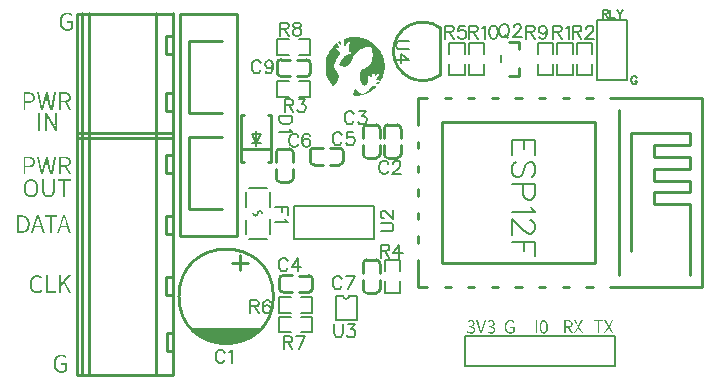
<source format=gto>
G04 Layer: TopSilkLayer*
G04 EasyEDA v6.4.25, 2021-12-01T16:26:12+03:00*
G04 b03321441de44a4fabc515ecf1a05e19,10*
G04 Gerber Generator version 0.2*
G04 Scale: 100 percent, Rotated: No, Reflected: No *
G04 Dimensions in millimeters *
G04 leading zeros omitted , absolute positions ,4 integer and 5 decimal *
%FSLAX45Y45*%
%MOMM*%

%ADD10C,0.2540*%
%ADD47C,0.1520*%
%ADD48C,0.1524*%
%ADD49C,0.1270*%
%ADD50C,0.2032*%
%ADD51C,0.2030*%
%ADD52C,0.2000*%

%LPD*%
G36*
X-6908Y1329486D02*
G01*
X-18389Y1329029D01*
X-29768Y1327962D01*
X-41046Y1326388D01*
X-52273Y1324203D01*
X-63347Y1321460D01*
X-78333Y1316837D01*
X-85699Y1314043D01*
X-91135Y1311198D01*
X-94894Y1308100D01*
X-97231Y1304391D01*
X-98399Y1299870D01*
X-98602Y1294231D01*
X-98145Y1287170D01*
X-97028Y1276908D01*
X-95808Y1268323D01*
X-94488Y1261364D01*
X-93014Y1256080D01*
X-91338Y1252372D01*
X-89458Y1250289D01*
X-87376Y1249730D01*
X-84988Y1250797D01*
X-82245Y1253337D01*
X-79197Y1257401D01*
X-75793Y1262989D01*
X-67716Y1277569D01*
X-63500Y1284071D01*
X-59334Y1289558D01*
X-55422Y1293876D01*
X-51866Y1296974D01*
X-48717Y1298905D01*
X-46126Y1299514D01*
X-44145Y1298803D01*
X-42976Y1296720D01*
X-42722Y1293215D01*
X-43383Y1288237D01*
X-46431Y1277620D01*
X-49022Y1267002D01*
X-51612Y1254506D01*
X-54762Y1235506D01*
X-55676Y1227277D01*
X-56032Y1220622D01*
X-55778Y1215288D01*
X-54711Y1211122D01*
X-52832Y1207871D01*
X-50088Y1205331D01*
X-46278Y1203248D01*
X-36677Y1199794D01*
X-33070Y1198118D01*
X-30683Y1196390D01*
X-29413Y1194663D01*
X-29413Y1192834D01*
X-30530Y1190955D01*
X-32918Y1189024D01*
X-36576Y1186992D01*
X-41402Y1184859D01*
X-54914Y1180236D01*
X-69088Y1176070D01*
X-74168Y1174191D01*
X-78790Y1172057D01*
X-83058Y1169619D01*
X-87122Y1166774D01*
X-90932Y1163523D01*
X-94640Y1159764D01*
X-98298Y1155395D01*
X-101955Y1150416D01*
X-109575Y1138224D01*
X-134823Y1092098D01*
X-113639Y1083462D01*
X-104343Y1080363D01*
X-94640Y1078382D01*
X-85648Y1077671D01*
X-78587Y1078331D01*
X-74726Y1079703D01*
X-70612Y1081836D01*
X-66344Y1084732D01*
X-61874Y1088186D01*
X-57353Y1092250D01*
X-52832Y1096772D01*
X-48310Y1101699D01*
X-39725Y1112469D01*
X-35763Y1118158D01*
X-32054Y1123950D01*
X-28752Y1129741D01*
X-25806Y1135481D01*
X-23368Y1141120D01*
X-21488Y1146505D01*
X-19100Y1155954D01*
X-17627Y1160272D01*
X-15798Y1164640D01*
X-13563Y1168958D01*
X-11023Y1173276D01*
X-8178Y1177594D01*
X-1524Y1186078D01*
X6146Y1194358D01*
X14833Y1202283D01*
X24231Y1209802D01*
X34340Y1216812D01*
X44958Y1223213D01*
X55880Y1228902D01*
X67056Y1233830D01*
X78282Y1237843D01*
X89458Y1240891D01*
X100431Y1242872D01*
X111048Y1243634D01*
X116179Y1243584D01*
X126237Y1242568D01*
X130556Y1241806D01*
X134112Y1240790D01*
X137007Y1239316D01*
X139344Y1237234D01*
X141173Y1234389D01*
X142595Y1230579D01*
X143662Y1225753D01*
X144526Y1219657D01*
X145745Y1203045D01*
X146608Y1184300D01*
X146608Y1169365D01*
X145846Y1155598D01*
X144221Y1142949D01*
X143154Y1137056D01*
X141833Y1131417D01*
X138531Y1120851D01*
X136550Y1115974D01*
X134315Y1111250D01*
X129235Y1102563D01*
X123139Y1094689D01*
X119786Y1091082D01*
X112268Y1084326D01*
X108102Y1081227D01*
X99060Y1075537D01*
X86207Y1068781D01*
X72491Y1060907D01*
X66598Y1057148D01*
X61417Y1053388D01*
X56794Y1049629D01*
X52730Y1045870D01*
X49225Y1042060D01*
X46278Y1038148D01*
X43789Y1034084D01*
X41757Y1029919D01*
X40182Y1025499D01*
X38963Y1020826D01*
X38150Y1015949D01*
X37693Y1010716D01*
X37541Y1005179D01*
X37795Y997559D01*
X38557Y989787D01*
X39725Y981964D01*
X41351Y974242D01*
X43281Y966571D01*
X45567Y959154D01*
X48158Y951992D01*
X51003Y945286D01*
X54051Y938987D01*
X57251Y933297D01*
X60604Y928217D01*
X64058Y923848D01*
X67564Y920343D01*
X71069Y917702D01*
X74574Y916076D01*
X78028Y915517D01*
X82194Y916076D01*
X86156Y917702D01*
X89916Y920394D01*
X93472Y924001D01*
X96723Y928471D01*
X99618Y933754D01*
X102209Y939749D01*
X104343Y946403D01*
X106121Y953668D01*
X107391Y961440D01*
X108204Y969619D01*
X108508Y978204D01*
X109118Y987348D01*
X110794Y995527D01*
X113334Y1001928D01*
X116382Y1005586D01*
X119430Y1006500D01*
X121920Y1005433D01*
X123647Y1002588D01*
X124866Y993495D01*
X126593Y989584D01*
X129082Y986942D01*
X132130Y985977D01*
X135178Y987094D01*
X137718Y990142D01*
X139395Y994664D01*
X140919Y1006856D01*
X143408Y1014628D01*
X147116Y1022502D01*
X151587Y1029563D01*
X157988Y1037336D01*
X160070Y1038860D01*
X161493Y1038606D01*
X162458Y1036523D01*
X163017Y1032510D01*
X163525Y1009446D01*
X163830Y1003096D01*
X164490Y998931D01*
X165709Y996797D01*
X167640Y996543D01*
X170434Y998016D01*
X174345Y1001064D01*
X179476Y1005636D01*
X184251Y1009548D01*
X188569Y1012393D01*
X192379Y1014272D01*
X195580Y1015187D01*
X198170Y1015187D01*
X200050Y1014425D01*
X201168Y1012850D01*
X201422Y1010513D01*
X200761Y1007567D01*
X199085Y1004011D01*
X196342Y999845D01*
X186690Y988212D01*
X182727Y982014D01*
X180543Y976579D01*
X180238Y971854D01*
X181711Y967841D01*
X185013Y964590D01*
X190195Y961999D01*
X197154Y960119D01*
X214884Y956665D01*
X197154Y950823D01*
X190906Y948385D01*
X185978Y945692D01*
X182422Y942797D01*
X180340Y939800D01*
X179679Y936701D01*
X180492Y933602D01*
X182829Y930554D01*
X186690Y927608D01*
X188823Y926947D01*
X191211Y927252D01*
X193903Y928522D01*
X196900Y930656D01*
X200050Y933602D01*
X203352Y937310D01*
X206806Y941730D01*
X210362Y946810D01*
X213969Y952449D01*
X221183Y965301D01*
X228193Y979881D01*
X231546Y987653D01*
X234696Y995680D01*
X239471Y1009548D01*
X242671Y1020876D01*
X245313Y1032306D01*
X247345Y1043787D01*
X248818Y1055370D01*
X249732Y1066952D01*
X249986Y1078585D01*
X249732Y1090168D01*
X248869Y1101801D01*
X247446Y1113383D01*
X245414Y1124915D01*
X242874Y1136446D01*
X239725Y1147876D01*
X236016Y1159205D01*
X231749Y1170432D01*
X226923Y1181506D01*
X221538Y1192530D01*
X215646Y1203350D01*
X209143Y1214018D01*
X202133Y1224483D01*
X194919Y1234287D01*
X187604Y1243228D01*
X179832Y1251813D01*
X171653Y1259992D01*
X163068Y1267764D01*
X154127Y1275080D01*
X144881Y1281988D01*
X135280Y1288491D01*
X125374Y1294536D01*
X115265Y1300124D01*
X104851Y1305255D01*
X94284Y1309928D01*
X83464Y1314094D01*
X72491Y1317802D01*
X61366Y1321003D01*
X50139Y1323695D01*
X38862Y1325930D01*
X27432Y1327607D01*
X16002Y1328775D01*
X4521Y1329385D01*
G37*
G36*
X-129743Y1294231D02*
G01*
X-135178Y1291996D01*
X-140360Y1287983D01*
X-141732Y1283919D01*
X-139293Y1278839D01*
X-132791Y1271727D01*
X-127355Y1266596D01*
X-123037Y1263192D01*
X-119837Y1261618D01*
X-117703Y1261872D01*
X-116636Y1263954D01*
X-116585Y1267917D01*
X-117551Y1273759D01*
X-119380Y1281531D01*
X-122123Y1289151D01*
X-125526Y1293368D01*
G37*
G36*
X-159461Y1274368D02*
G01*
X-162864Y1273606D01*
X-166624Y1271625D01*
X-170789Y1268374D01*
X-175463Y1263904D01*
X-180797Y1258214D01*
X-189839Y1247546D01*
X-196596Y1238554D01*
X-203962Y1227886D01*
X-211582Y1216152D01*
X-218998Y1204112D01*
X-225806Y1192225D01*
X-232054Y1180388D01*
X-237540Y1168908D01*
X-239826Y1163523D01*
X-243535Y1152855D01*
X-245008Y1147470D01*
X-247294Y1135989D01*
X-248767Y1123137D01*
X-249631Y1108151D01*
X-249986Y1090269D01*
X-249885Y1063040D01*
X-249580Y1048664D01*
X-248818Y1036421D01*
X-247599Y1025652D01*
X-245668Y1015898D01*
X-243027Y1006602D01*
X-239471Y997203D01*
X-234848Y987145D01*
X-229108Y975918D01*
X-222046Y963015D01*
X-214375Y949553D01*
X-206908Y937260D01*
X-200050Y926642D01*
X-194106Y918210D01*
X-189433Y912520D01*
X-187655Y910844D01*
X-186385Y910031D01*
X-184556Y910488D01*
X-182016Y912621D01*
X-178917Y916228D01*
X-175260Y921105D01*
X-167030Y933856D01*
X-158242Y949198D01*
X-149809Y965403D01*
X-142697Y980795D01*
X-139852Y987653D01*
X-137718Y993749D01*
X-136347Y998728D01*
X-135839Y1002537D01*
X-136347Y1004874D01*
X-137718Y1008380D01*
X-142849Y1018082D01*
X-150418Y1030376D01*
X-169570Y1057808D01*
X-173126Y1063345D01*
X-175869Y1068222D01*
X-177800Y1072692D01*
X-178917Y1076909D01*
X-179324Y1081176D01*
X-179019Y1085646D01*
X-178054Y1090574D01*
X-176479Y1096213D01*
X-171704Y1110284D01*
X-165811Y1125016D01*
X-158648Y1140460D01*
X-151028Y1154684D01*
X-147320Y1160830D01*
X-135585Y1177950D01*
X-132740Y1182776D01*
X-130708Y1187043D01*
X-129489Y1190853D01*
X-129184Y1194460D01*
X-129743Y1197914D01*
X-131165Y1201470D01*
X-133451Y1205280D01*
X-136652Y1209497D01*
X-145694Y1219708D01*
X-163423Y1239012D01*
X-140309Y1233424D01*
X-136245Y1232763D01*
X-133604Y1232916D01*
X-132384Y1234135D01*
X-132486Y1236573D01*
X-133858Y1240383D01*
X-140208Y1253134D01*
X-143764Y1259738D01*
X-147066Y1265072D01*
X-150164Y1269238D01*
X-153212Y1272184D01*
X-156260Y1273860D01*
G37*
G36*
X160680Y915517D02*
G01*
X156006Y915060D01*
X151231Y913739D01*
X146304Y911504D01*
X141325Y908456D01*
X136245Y904595D01*
X131165Y899921D01*
X126034Y894435D01*
X116281Y882294D01*
X107137Y871880D01*
X102666Y867359D01*
X98247Y863346D01*
X93878Y859790D01*
X89611Y856691D01*
X85293Y854049D01*
X81076Y851865D01*
X76860Y850137D01*
X72644Y848918D01*
X68427Y848106D01*
X64262Y847801D01*
X60045Y847902D01*
X55880Y848512D01*
X51663Y849528D01*
X47447Y851052D01*
X43180Y853033D01*
X38912Y855421D01*
X34594Y858266D01*
X30226Y861618D01*
X25806Y865378D01*
X21336Y869594D01*
X-1524Y893927D01*
X-12496Y864819D01*
X-14732Y857758D01*
X-16306Y851611D01*
X-17119Y846378D01*
X-17221Y841959D01*
X-16560Y838301D01*
X-15138Y835355D01*
X-12954Y833069D01*
X-9906Y831392D01*
X-6096Y830275D01*
X-1473Y829665D01*
X9550Y829614D01*
X20777Y830376D01*
X32105Y831799D01*
X43586Y833831D01*
X55117Y836421D01*
X66649Y839622D01*
X78130Y843432D01*
X89509Y847750D01*
X100736Y852627D01*
X111760Y858012D01*
X122529Y863904D01*
X132943Y870305D01*
X146100Y879195D01*
X159410Y888949D01*
X164744Y893165D01*
X169164Y896975D01*
X172669Y900430D01*
X175361Y903427D01*
X177139Y906119D01*
X178003Y908405D01*
X178054Y910386D01*
X177292Y911961D01*
X175615Y913282D01*
X173126Y914247D01*
X169773Y914958D01*
X165658Y915365D01*
G37*
G36*
X-2503932Y313944D02*
G01*
X-2503932Y300228D01*
X-2461006Y300228D01*
X-2452573Y299872D01*
X-2445156Y298754D01*
X-2438806Y296824D01*
X-2433523Y294030D01*
X-2429357Y290220D01*
X-2426360Y285445D01*
X-2424531Y279552D01*
X-2423922Y272542D01*
X-2424531Y265582D01*
X-2426360Y259588D01*
X-2429357Y254508D01*
X-2433523Y250393D01*
X-2438806Y247192D01*
X-2445156Y244906D01*
X-2452573Y243535D01*
X-2461006Y243078D01*
X-2487168Y243078D01*
X-2487168Y300228D01*
X-2503932Y300228D01*
X-2503932Y165100D01*
X-2487168Y165100D01*
X-2487168Y229362D01*
X-2459228Y229362D01*
X-2422144Y165100D01*
X-2403094Y165100D01*
X-2441448Y230886D01*
X-2436418Y232257D01*
X-2431643Y234035D01*
X-2427274Y236169D01*
X-2423261Y238658D01*
X-2419604Y241503D01*
X-2416352Y244754D01*
X-2413558Y248412D01*
X-2411222Y252425D01*
X-2409393Y256844D01*
X-2408021Y261670D01*
X-2407208Y266903D01*
X-2406904Y272542D01*
X-2407361Y279755D01*
X-2408631Y286207D01*
X-2410714Y291846D01*
X-2413558Y296824D01*
X-2417114Y301091D01*
X-2421331Y304647D01*
X-2426208Y307644D01*
X-2431643Y309981D01*
X-2437638Y311759D01*
X-2444140Y312978D01*
X-2451100Y313690D01*
X-2458466Y313944D01*
G37*
G36*
X-2696464Y313944D02*
G01*
X-2664206Y165100D01*
X-2644648Y165100D01*
X-2621280Y257810D01*
X-2613660Y291592D01*
X-2612898Y291592D01*
X-2605532Y257810D01*
X-2581656Y165100D01*
X-2561844Y165100D01*
X-2530602Y313944D01*
X-2546604Y313944D01*
X-2565349Y219252D01*
X-2571750Y182880D01*
X-2572766Y182880D01*
X-2583688Y231140D01*
X-2605024Y313944D01*
X-2620772Y313944D01*
X-2643276Y225196D01*
X-2652776Y182880D01*
X-2653538Y182880D01*
X-2662682Y231140D01*
X-2679192Y313944D01*
G37*
G36*
X-2808224Y313944D02*
G01*
X-2808224Y300228D01*
X-2769616Y300228D01*
X-2763062Y300075D01*
X-2757068Y299618D01*
X-2751632Y298754D01*
X-2746756Y297535D01*
X-2742488Y295960D01*
X-2738780Y293878D01*
X-2735630Y291338D01*
X-2733040Y288340D01*
X-2731058Y284784D01*
X-2729636Y280720D01*
X-2728772Y276047D01*
X-2728468Y270764D01*
X-2728722Y265480D01*
X-2729534Y260756D01*
X-2730906Y256489D01*
X-2732836Y252729D01*
X-2735326Y249428D01*
X-2738323Y246583D01*
X-2741930Y244246D01*
X-2746095Y242316D01*
X-2750870Y240842D01*
X-2756204Y239826D01*
X-2762097Y239217D01*
X-2768600Y239014D01*
X-2791460Y239014D01*
X-2791460Y300228D01*
X-2808224Y300228D01*
X-2808224Y165100D01*
X-2791460Y165100D01*
X-2791460Y225298D01*
X-2760268Y225450D01*
X-2754477Y225958D01*
X-2748991Y226821D01*
X-2743860Y228041D01*
X-2739034Y229616D01*
X-2734513Y231495D01*
X-2730398Y233781D01*
X-2726639Y236423D01*
X-2723235Y239420D01*
X-2720289Y242773D01*
X-2717698Y246481D01*
X-2715615Y250596D01*
X-2713939Y255066D01*
X-2712720Y259892D01*
X-2711958Y265125D01*
X-2711704Y270764D01*
X-2711958Y276504D01*
X-2712720Y281787D01*
X-2713939Y286613D01*
X-2715666Y291033D01*
X-2717800Y294944D01*
X-2720390Y298500D01*
X-2723388Y301599D01*
X-2726842Y304342D01*
X-2730652Y306730D01*
X-2734818Y308711D01*
X-2739390Y310388D01*
X-2744266Y311708D01*
X-2749499Y312724D01*
X-2755087Y313385D01*
X-2760929Y313791D01*
X-2767076Y313944D01*
G37*
G36*
X-2503932Y860044D02*
G01*
X-2503932Y846328D01*
X-2461006Y846328D01*
X-2452573Y845972D01*
X-2445156Y844854D01*
X-2438806Y842924D01*
X-2433523Y840130D01*
X-2429357Y836320D01*
X-2426360Y831545D01*
X-2424531Y825652D01*
X-2423922Y818641D01*
X-2424531Y811682D01*
X-2426360Y805688D01*
X-2429357Y800608D01*
X-2433523Y796493D01*
X-2438806Y793292D01*
X-2445156Y791006D01*
X-2452573Y789635D01*
X-2461006Y789178D01*
X-2487168Y789178D01*
X-2487168Y846328D01*
X-2503932Y846328D01*
X-2503932Y711200D01*
X-2487168Y711200D01*
X-2487168Y775462D01*
X-2459228Y775462D01*
X-2422144Y711200D01*
X-2403094Y711200D01*
X-2441448Y776986D01*
X-2436418Y778357D01*
X-2431643Y780135D01*
X-2427274Y782269D01*
X-2423261Y784758D01*
X-2419604Y787603D01*
X-2416352Y790854D01*
X-2413558Y794512D01*
X-2411222Y798525D01*
X-2409393Y802944D01*
X-2408021Y807770D01*
X-2407208Y813003D01*
X-2406904Y818641D01*
X-2407361Y825855D01*
X-2408631Y832307D01*
X-2410714Y837946D01*
X-2413558Y842924D01*
X-2417114Y847191D01*
X-2421331Y850747D01*
X-2426208Y853744D01*
X-2431643Y856081D01*
X-2437638Y857859D01*
X-2444140Y859078D01*
X-2451100Y859790D01*
X-2458466Y860044D01*
G37*
G36*
X-2696464Y860044D02*
G01*
X-2664206Y711200D01*
X-2644648Y711200D01*
X-2621280Y803910D01*
X-2613660Y837692D01*
X-2612898Y837692D01*
X-2605532Y803910D01*
X-2581656Y711200D01*
X-2561844Y711200D01*
X-2530602Y860044D01*
X-2546604Y860044D01*
X-2565349Y765352D01*
X-2571750Y728980D01*
X-2572766Y728980D01*
X-2583688Y777240D01*
X-2605024Y860044D01*
X-2620772Y860044D01*
X-2643276Y771296D01*
X-2652776Y728980D01*
X-2653538Y728980D01*
X-2662682Y777240D01*
X-2679192Y860044D01*
G37*
G36*
X-2808224Y860044D02*
G01*
X-2808224Y846328D01*
X-2769616Y846328D01*
X-2763062Y846175D01*
X-2757068Y845718D01*
X-2751632Y844854D01*
X-2746756Y843635D01*
X-2742488Y842060D01*
X-2738780Y839978D01*
X-2735630Y837437D01*
X-2733040Y834440D01*
X-2731058Y830884D01*
X-2729636Y826820D01*
X-2728772Y822147D01*
X-2728468Y816864D01*
X-2728722Y811580D01*
X-2729534Y806856D01*
X-2730906Y802589D01*
X-2732836Y798830D01*
X-2735326Y795528D01*
X-2738323Y792683D01*
X-2741930Y790346D01*
X-2746095Y788416D01*
X-2750870Y786942D01*
X-2756204Y785926D01*
X-2762097Y785317D01*
X-2768600Y785114D01*
X-2791460Y785114D01*
X-2791460Y846328D01*
X-2808224Y846328D01*
X-2808224Y711200D01*
X-2791460Y711200D01*
X-2791460Y771398D01*
X-2760268Y771550D01*
X-2754477Y772058D01*
X-2748991Y772922D01*
X-2743860Y774141D01*
X-2739034Y775716D01*
X-2734513Y777595D01*
X-2730398Y779881D01*
X-2726639Y782523D01*
X-2723235Y785520D01*
X-2720289Y788873D01*
X-2717698Y792581D01*
X-2715615Y796696D01*
X-2713939Y801166D01*
X-2712720Y805992D01*
X-2711958Y811225D01*
X-2711704Y816864D01*
X-2711958Y822604D01*
X-2712720Y827887D01*
X-2713939Y832713D01*
X-2715666Y837133D01*
X-2717800Y841044D01*
X-2720390Y844600D01*
X-2723388Y847699D01*
X-2726842Y850442D01*
X-2730652Y852830D01*
X-2734818Y854811D01*
X-2739390Y856487D01*
X-2744266Y857808D01*
X-2749499Y858824D01*
X-2755087Y859485D01*
X-2760929Y859891D01*
X-2767076Y860044D01*
G37*
G36*
X-2435098Y1535684D02*
G01*
X-2440940Y1535480D01*
X-2446578Y1534820D01*
X-2452014Y1533753D01*
X-2457246Y1532280D01*
X-2462276Y1530350D01*
X-2467051Y1528064D01*
X-2471623Y1525422D01*
X-2475890Y1522323D01*
X-2479903Y1518920D01*
X-2483662Y1515110D01*
X-2487066Y1510944D01*
X-2490216Y1506423D01*
X-2493060Y1501597D01*
X-2495499Y1496415D01*
X-2497632Y1490878D01*
X-2499410Y1485087D01*
X-2500833Y1478940D01*
X-2501849Y1472488D01*
X-2502458Y1465732D01*
X-2502662Y1458722D01*
X-2502458Y1451610D01*
X-2501849Y1444853D01*
X-2500884Y1438351D01*
X-2499512Y1432204D01*
X-2497785Y1426362D01*
X-2495702Y1420825D01*
X-2493264Y1415643D01*
X-2490520Y1410766D01*
X-2487472Y1406296D01*
X-2484069Y1402130D01*
X-2480411Y1398371D01*
X-2476500Y1394968D01*
X-2472283Y1391920D01*
X-2467813Y1389278D01*
X-2463139Y1386992D01*
X-2458212Y1385112D01*
X-2453030Y1383690D01*
X-2447696Y1382623D01*
X-2442108Y1381963D01*
X-2436368Y1381760D01*
X-2429103Y1382064D01*
X-2422245Y1383030D01*
X-2415743Y1384554D01*
X-2409748Y1386535D01*
X-2404211Y1389024D01*
X-2399182Y1391920D01*
X-2394762Y1395222D01*
X-2390902Y1398778D01*
X-2390902Y1460500D01*
X-2438908Y1460500D01*
X-2438908Y1446530D01*
X-2406396Y1446530D01*
X-2406396Y1405890D01*
X-2411831Y1401978D01*
X-2418740Y1398981D01*
X-2426563Y1397152D01*
X-2434844Y1396492D01*
X-2440736Y1396796D01*
X-2446274Y1397609D01*
X-2451506Y1398981D01*
X-2456332Y1400860D01*
X-2460853Y1403248D01*
X-2465019Y1406144D01*
X-2468829Y1409496D01*
X-2472232Y1413357D01*
X-2475230Y1417624D01*
X-2477922Y1422349D01*
X-2480157Y1427480D01*
X-2482037Y1433017D01*
X-2483510Y1438960D01*
X-2484526Y1445260D01*
X-2485186Y1451965D01*
X-2485390Y1458976D01*
X-2485186Y1465986D01*
X-2484475Y1472641D01*
X-2483358Y1478940D01*
X-2481834Y1484833D01*
X-2479852Y1490370D01*
X-2477516Y1495450D01*
X-2474772Y1500124D01*
X-2471623Y1504340D01*
X-2468168Y1508150D01*
X-2464358Y1511452D01*
X-2460193Y1514297D01*
X-2455722Y1516684D01*
X-2450947Y1518513D01*
X-2445867Y1519885D01*
X-2440482Y1520698D01*
X-2434844Y1520952D01*
X-2424226Y1519834D01*
X-2415438Y1516786D01*
X-2408123Y1512265D01*
X-2402078Y1506728D01*
X-2392680Y1517650D01*
X-2396134Y1520901D01*
X-2400046Y1524101D01*
X-2404465Y1527149D01*
X-2409393Y1529892D01*
X-2414930Y1532229D01*
X-2421026Y1534058D01*
X-2427732Y1535277D01*
G37*
G36*
X-2472690Y-181356D02*
G01*
X-2502944Y-270002D01*
X-2487168Y-270002D01*
X-2471470Y-221030D01*
X-2464054Y-195580D01*
X-2463292Y-195580D01*
X-2451963Y-233375D01*
X-2447798Y-245871D01*
X-2440178Y-270002D01*
X-2502944Y-270002D01*
X-2523490Y-330200D01*
X-2506472Y-330200D01*
X-2491232Y-283210D01*
X-2435860Y-283210D01*
X-2421128Y-330200D01*
X-2403094Y-330200D01*
X-2454148Y-181356D01*
G37*
G36*
X-2629408Y-181356D02*
G01*
X-2629408Y-195580D01*
X-2584196Y-195580D01*
X-2584196Y-330200D01*
X-2567178Y-330200D01*
X-2567178Y-195580D01*
X-2521712Y-195580D01*
X-2521712Y-181356D01*
G37*
G36*
X-2694432Y-181356D02*
G01*
X-2724686Y-270002D01*
X-2708910Y-270002D01*
X-2693365Y-221030D01*
X-2686050Y-195580D01*
X-2685288Y-195580D01*
X-2677718Y-220929D01*
X-2661920Y-270002D01*
X-2724686Y-270002D01*
X-2745232Y-330200D01*
X-2728468Y-330200D01*
X-2713228Y-283210D01*
X-2657856Y-283210D01*
X-2642870Y-330200D01*
X-2625090Y-330200D01*
X-2676144Y-181356D01*
G37*
G36*
X-2862072Y-181356D02*
G01*
X-2862072Y-195326D01*
X-2827020Y-195326D01*
X-2820466Y-195580D01*
X-2814370Y-196342D01*
X-2808681Y-197612D01*
X-2803448Y-199339D01*
X-2798622Y-201574D01*
X-2794203Y-204266D01*
X-2790240Y-207416D01*
X-2786684Y-211023D01*
X-2783586Y-215087D01*
X-2780893Y-219557D01*
X-2778607Y-224485D01*
X-2776728Y-229819D01*
X-2775305Y-235610D01*
X-2774238Y-241757D01*
X-2773629Y-248310D01*
X-2773426Y-255270D01*
X-2773629Y-262178D01*
X-2774238Y-268782D01*
X-2775305Y-274980D01*
X-2776728Y-280822D01*
X-2778607Y-286258D01*
X-2780893Y-291287D01*
X-2783586Y-295910D01*
X-2786684Y-300075D01*
X-2790240Y-303834D01*
X-2794203Y-307086D01*
X-2798622Y-309930D01*
X-2803448Y-312216D01*
X-2808681Y-314096D01*
X-2814370Y-315417D01*
X-2820466Y-316230D01*
X-2827020Y-316484D01*
X-2845308Y-316484D01*
X-2845308Y-195326D01*
X-2862072Y-195326D01*
X-2862072Y-330200D01*
X-2824988Y-330200D01*
X-2818384Y-329996D01*
X-2812084Y-329387D01*
X-2806090Y-328320D01*
X-2800451Y-326898D01*
X-2795168Y-325069D01*
X-2790190Y-322834D01*
X-2785516Y-320243D01*
X-2781249Y-317296D01*
X-2777236Y-313944D01*
X-2773629Y-310235D01*
X-2770327Y-306222D01*
X-2767380Y-301853D01*
X-2764739Y-297129D01*
X-2762453Y-292049D01*
X-2760573Y-286715D01*
X-2758948Y-281025D01*
X-2757728Y-275031D01*
X-2756865Y-268732D01*
X-2756306Y-262128D01*
X-2756154Y-255270D01*
X-2756306Y-248412D01*
X-2756865Y-241858D01*
X-2757728Y-235559D01*
X-2758998Y-229616D01*
X-2760573Y-224028D01*
X-2762504Y-218694D01*
X-2764790Y-213715D01*
X-2767380Y-209042D01*
X-2770378Y-204774D01*
X-2773680Y-200761D01*
X-2777337Y-197154D01*
X-2781350Y-193903D01*
X-2785668Y-191008D01*
X-2790342Y-188468D01*
X-2795371Y-186334D01*
X-2800705Y-184556D01*
X-2806395Y-183184D01*
X-2812440Y-182168D01*
X-2818790Y-181559D01*
X-2825496Y-181356D01*
G37*
G36*
X-2692146Y-686816D02*
G01*
X-2697683Y-687019D01*
X-2703118Y-687679D01*
X-2708351Y-688746D01*
X-2713380Y-690219D01*
X-2718206Y-692150D01*
X-2722829Y-694436D01*
X-2727198Y-697077D01*
X-2731363Y-700176D01*
X-2735275Y-703580D01*
X-2738882Y-707390D01*
X-2742234Y-711555D01*
X-2745282Y-716076D01*
X-2748026Y-720902D01*
X-2750413Y-726084D01*
X-2752496Y-731621D01*
X-2754223Y-737412D01*
X-2755595Y-743559D01*
X-2756611Y-750011D01*
X-2757220Y-756767D01*
X-2757424Y-763778D01*
X-2757220Y-770890D01*
X-2756611Y-777646D01*
X-2755646Y-784148D01*
X-2754325Y-790295D01*
X-2752598Y-796137D01*
X-2750566Y-801674D01*
X-2748178Y-806856D01*
X-2745486Y-811733D01*
X-2742488Y-816203D01*
X-2739237Y-820369D01*
X-2735681Y-824128D01*
X-2731871Y-827532D01*
X-2727807Y-830580D01*
X-2723489Y-833221D01*
X-2718968Y-835507D01*
X-2714193Y-837387D01*
X-2709265Y-838809D01*
X-2704134Y-839876D01*
X-2698851Y-840536D01*
X-2693416Y-840740D01*
X-2686405Y-840384D01*
X-2679801Y-839317D01*
X-2673604Y-837590D01*
X-2667812Y-835202D01*
X-2662377Y-832205D01*
X-2657246Y-828548D01*
X-2652471Y-824280D01*
X-2647950Y-819403D01*
X-2657348Y-808990D01*
X-2661107Y-812850D01*
X-2665018Y-816254D01*
X-2669032Y-819150D01*
X-2673299Y-821588D01*
X-2677718Y-823518D01*
X-2682443Y-824890D01*
X-2687370Y-825703D01*
X-2692654Y-826008D01*
X-2697988Y-825703D01*
X-2703068Y-824890D01*
X-2707894Y-823518D01*
X-2712415Y-821639D01*
X-2716631Y-819251D01*
X-2720543Y-816356D01*
X-2724099Y-813003D01*
X-2727350Y-809142D01*
X-2730246Y-804875D01*
X-2732836Y-800150D01*
X-2735021Y-795020D01*
X-2736850Y-789482D01*
X-2738272Y-783539D01*
X-2739288Y-777240D01*
X-2739948Y-770534D01*
X-2740152Y-763524D01*
X-2739948Y-756513D01*
X-2739288Y-749858D01*
X-2738221Y-743559D01*
X-2736697Y-737666D01*
X-2734818Y-732129D01*
X-2732582Y-727049D01*
X-2729941Y-722376D01*
X-2726994Y-718159D01*
X-2723642Y-714349D01*
X-2719984Y-711047D01*
X-2716022Y-708202D01*
X-2711754Y-705815D01*
X-2707182Y-703986D01*
X-2702356Y-702614D01*
X-2697226Y-701802D01*
X-2691892Y-701548D01*
X-2682697Y-702614D01*
X-2674518Y-705510D01*
X-2667355Y-710031D01*
X-2661158Y-715772D01*
X-2651760Y-704850D01*
X-2655163Y-701395D01*
X-2659075Y-698042D01*
X-2663444Y-694994D01*
X-2668320Y-692302D01*
X-2673654Y-690067D01*
X-2679395Y-688289D01*
X-2685592Y-687222D01*
G37*
G36*
X-2510790Y-689356D02*
G01*
X-2510790Y-838200D01*
X-2494026Y-838200D01*
X-2494026Y-790194D01*
X-2467356Y-758698D01*
X-2421636Y-838200D01*
X-2403094Y-838200D01*
X-2456688Y-745744D01*
X-2409952Y-689356D01*
X-2429256Y-689356D01*
X-2493518Y-766064D01*
X-2494026Y-766064D01*
X-2494026Y-689356D01*
G37*
G36*
X-2619756Y-689356D02*
G01*
X-2619756Y-838200D01*
X-2537206Y-838200D01*
X-2537206Y-823976D01*
X-2602992Y-823976D01*
X-2602992Y-689356D01*
G37*
G36*
X-2485898Y-1359916D02*
G01*
X-2491740Y-1360119D01*
X-2497378Y-1360779D01*
X-2502814Y-1361846D01*
X-2508046Y-1363319D01*
X-2513076Y-1365250D01*
X-2517851Y-1367536D01*
X-2522423Y-1370177D01*
X-2526690Y-1373276D01*
X-2530703Y-1376680D01*
X-2534462Y-1380490D01*
X-2537866Y-1384655D01*
X-2541016Y-1389176D01*
X-2543860Y-1394002D01*
X-2546299Y-1399184D01*
X-2548432Y-1404721D01*
X-2550210Y-1410512D01*
X-2551633Y-1416659D01*
X-2552649Y-1423111D01*
X-2553258Y-1429867D01*
X-2553462Y-1436878D01*
X-2553258Y-1443990D01*
X-2552649Y-1450746D01*
X-2551684Y-1457248D01*
X-2550312Y-1463395D01*
X-2548585Y-1469237D01*
X-2546502Y-1474774D01*
X-2544064Y-1479956D01*
X-2541320Y-1484833D01*
X-2538272Y-1489303D01*
X-2534869Y-1493469D01*
X-2531211Y-1497228D01*
X-2527300Y-1500632D01*
X-2523083Y-1503680D01*
X-2518613Y-1506321D01*
X-2513939Y-1508607D01*
X-2509012Y-1510487D01*
X-2503830Y-1511909D01*
X-2498496Y-1512976D01*
X-2492908Y-1513636D01*
X-2487168Y-1513840D01*
X-2479903Y-1513535D01*
X-2473045Y-1512570D01*
X-2466543Y-1511046D01*
X-2460548Y-1509064D01*
X-2455011Y-1506575D01*
X-2449982Y-1503680D01*
X-2445562Y-1500378D01*
X-2441702Y-1496822D01*
X-2441702Y-1435100D01*
X-2489708Y-1435100D01*
X-2489708Y-1449070D01*
X-2457196Y-1449070D01*
X-2457196Y-1489710D01*
X-2462631Y-1493621D01*
X-2469540Y-1496618D01*
X-2477363Y-1498447D01*
X-2485644Y-1499108D01*
X-2491536Y-1498803D01*
X-2497074Y-1497990D01*
X-2502306Y-1496618D01*
X-2507132Y-1494739D01*
X-2511653Y-1492351D01*
X-2515819Y-1489456D01*
X-2519629Y-1486103D01*
X-2523032Y-1482242D01*
X-2526030Y-1477975D01*
X-2528722Y-1473250D01*
X-2530957Y-1468120D01*
X-2532837Y-1462582D01*
X-2534310Y-1456639D01*
X-2535326Y-1450340D01*
X-2535986Y-1443634D01*
X-2536190Y-1436624D01*
X-2535986Y-1429613D01*
X-2535275Y-1422958D01*
X-2534158Y-1416659D01*
X-2532634Y-1410766D01*
X-2530652Y-1405229D01*
X-2528316Y-1400149D01*
X-2525572Y-1395476D01*
X-2522423Y-1391259D01*
X-2518968Y-1387449D01*
X-2515158Y-1384147D01*
X-2510993Y-1381302D01*
X-2506522Y-1378915D01*
X-2501747Y-1377086D01*
X-2496667Y-1375714D01*
X-2491282Y-1374902D01*
X-2485644Y-1374648D01*
X-2475026Y-1375765D01*
X-2466238Y-1378813D01*
X-2458923Y-1383334D01*
X-2452878Y-1388872D01*
X-2443480Y-1377950D01*
X-2446934Y-1374698D01*
X-2450846Y-1371498D01*
X-2455265Y-1368450D01*
X-2460193Y-1365707D01*
X-2465730Y-1363370D01*
X-2471826Y-1361541D01*
X-2478532Y-1360322D01*
G37*
G36*
X1596898Y-1067562D02*
G01*
X1591818Y-1067968D01*
X1587042Y-1069136D01*
X1582623Y-1071067D01*
X1578660Y-1073810D01*
X1575054Y-1077366D01*
X1571853Y-1081684D01*
X1569110Y-1086866D01*
X1566824Y-1092809D01*
X1564995Y-1099616D01*
X1563674Y-1107236D01*
X1562862Y-1115669D01*
X1562608Y-1124966D01*
X1574800Y-1124966D01*
X1575206Y-1113536D01*
X1576374Y-1103782D01*
X1578305Y-1095603D01*
X1580896Y-1089050D01*
X1584096Y-1084021D01*
X1587855Y-1080516D01*
X1592173Y-1078433D01*
X1596898Y-1077722D01*
X1601622Y-1078433D01*
X1605940Y-1080516D01*
X1609699Y-1084021D01*
X1612900Y-1089050D01*
X1615490Y-1095603D01*
X1617421Y-1103782D01*
X1618589Y-1113536D01*
X1618996Y-1124966D01*
X1618792Y-1132840D01*
X1618284Y-1140002D01*
X1617421Y-1146403D01*
X1616202Y-1152093D01*
X1614678Y-1157071D01*
X1612900Y-1161338D01*
X1610817Y-1164945D01*
X1608480Y-1167841D01*
X1605940Y-1170127D01*
X1603146Y-1171702D01*
X1600098Y-1172667D01*
X1596898Y-1172972D01*
X1593697Y-1172667D01*
X1590700Y-1171702D01*
X1587855Y-1170127D01*
X1585315Y-1167841D01*
X1582978Y-1164945D01*
X1580896Y-1161338D01*
X1579118Y-1157071D01*
X1577594Y-1152093D01*
X1576374Y-1146403D01*
X1575511Y-1140002D01*
X1575003Y-1132840D01*
X1574800Y-1124966D01*
X1562608Y-1124966D01*
X1562862Y-1134262D01*
X1563674Y-1142746D01*
X1564995Y-1150467D01*
X1566824Y-1157325D01*
X1569110Y-1163370D01*
X1571853Y-1168603D01*
X1575054Y-1173073D01*
X1578660Y-1176680D01*
X1582623Y-1179525D01*
X1587042Y-1181506D01*
X1591818Y-1182725D01*
X1596898Y-1183132D01*
X1601927Y-1182725D01*
X1606651Y-1181506D01*
X1611020Y-1179525D01*
X1614982Y-1176680D01*
X1618538Y-1173073D01*
X1621739Y-1168603D01*
X1624482Y-1163370D01*
X1626717Y-1157325D01*
X1628546Y-1150467D01*
X1629867Y-1142746D01*
X1630680Y-1134262D01*
X1630933Y-1124966D01*
X1630680Y-1115720D01*
X1629867Y-1107287D01*
X1628546Y-1099718D01*
X1626717Y-1092911D01*
X1624482Y-1086967D01*
X1621739Y-1081786D01*
X1618538Y-1077417D01*
X1614982Y-1073861D01*
X1611020Y-1071118D01*
X1606651Y-1069136D01*
X1601927Y-1067968D01*
G37*
G36*
X1526794Y-1069594D02*
G01*
X1526794Y-1181100D01*
X1539494Y-1181100D01*
X1539494Y-1069594D01*
G37*
G36*
X1149350Y-1067562D02*
G01*
X1140307Y-1068578D01*
X1132281Y-1071321D01*
X1125067Y-1075486D01*
X1118616Y-1080770D01*
X1125474Y-1088644D01*
X1130401Y-1084275D01*
X1135989Y-1080820D01*
X1142187Y-1078534D01*
X1148842Y-1077722D01*
X1157020Y-1079042D01*
X1163218Y-1082751D01*
X1167079Y-1088542D01*
X1168400Y-1096010D01*
X1167993Y-1100531D01*
X1166774Y-1104696D01*
X1164590Y-1108456D01*
X1161440Y-1111707D01*
X1157122Y-1114399D01*
X1151686Y-1116380D01*
X1144981Y-1117650D01*
X1136904Y-1118108D01*
X1136904Y-1128014D01*
X1145895Y-1128420D01*
X1153414Y-1129639D01*
X1159560Y-1131620D01*
X1164386Y-1134313D01*
X1168044Y-1137615D01*
X1170533Y-1141526D01*
X1172006Y-1145946D01*
X1172464Y-1150874D01*
X1172006Y-1155700D01*
X1170686Y-1159967D01*
X1168603Y-1163726D01*
X1165809Y-1166825D01*
X1162405Y-1169365D01*
X1158443Y-1171194D01*
X1153972Y-1172311D01*
X1149096Y-1172718D01*
X1140053Y-1171600D01*
X1132535Y-1168704D01*
X1126236Y-1164590D01*
X1120902Y-1159764D01*
X1114552Y-1167892D01*
X1117396Y-1170736D01*
X1120597Y-1173480D01*
X1124204Y-1176070D01*
X1128318Y-1178356D01*
X1132840Y-1180338D01*
X1137970Y-1181811D01*
X1143609Y-1182776D01*
X1149858Y-1183132D01*
X1156970Y-1182573D01*
X1163574Y-1180947D01*
X1169568Y-1178306D01*
X1174699Y-1174699D01*
X1178966Y-1170127D01*
X1182166Y-1164691D01*
X1184198Y-1158443D01*
X1184910Y-1151382D01*
X1184402Y-1145844D01*
X1183030Y-1140815D01*
X1180846Y-1136396D01*
X1177950Y-1132484D01*
X1174394Y-1129182D01*
X1170330Y-1126490D01*
X1165860Y-1124407D01*
X1161034Y-1122934D01*
X1161034Y-1122172D01*
X1165301Y-1120394D01*
X1169212Y-1118158D01*
X1172616Y-1115466D01*
X1175562Y-1112316D01*
X1177899Y-1108710D01*
X1179626Y-1104646D01*
X1180744Y-1100175D01*
X1181100Y-1095248D01*
X1180490Y-1089050D01*
X1178712Y-1083513D01*
X1175867Y-1078788D01*
X1172057Y-1074826D01*
X1167434Y-1071676D01*
X1162050Y-1069441D01*
X1155954Y-1068019D01*
G37*
G36*
X979169Y-1067562D02*
G01*
X970178Y-1068578D01*
X962202Y-1071321D01*
X954989Y-1075486D01*
X948436Y-1080770D01*
X955294Y-1088644D01*
X960374Y-1084275D01*
X966063Y-1080820D01*
X972261Y-1078534D01*
X978916Y-1077722D01*
X986993Y-1079042D01*
X993038Y-1082751D01*
X996899Y-1088542D01*
X998219Y-1096010D01*
X997813Y-1100531D01*
X996645Y-1104696D01*
X994511Y-1108456D01*
X991362Y-1111707D01*
X987145Y-1114399D01*
X981710Y-1116380D01*
X975004Y-1117650D01*
X966978Y-1118108D01*
X966978Y-1128014D01*
X975918Y-1128420D01*
X983437Y-1129639D01*
X989533Y-1131620D01*
X994359Y-1134313D01*
X997966Y-1137615D01*
X1000404Y-1141526D01*
X1001826Y-1145946D01*
X1002284Y-1150874D01*
X1001826Y-1155700D01*
X1000556Y-1159967D01*
X998524Y-1163726D01*
X995730Y-1166825D01*
X992327Y-1169365D01*
X988364Y-1171194D01*
X983843Y-1172311D01*
X978916Y-1172718D01*
X969873Y-1171600D01*
X962355Y-1168704D01*
X956056Y-1164590D01*
X950721Y-1159764D01*
X944371Y-1167892D01*
X947216Y-1170736D01*
X950468Y-1173480D01*
X954125Y-1176070D01*
X958240Y-1178356D01*
X962812Y-1180338D01*
X967892Y-1181811D01*
X973480Y-1182776D01*
X979678Y-1183132D01*
X986790Y-1182573D01*
X993394Y-1180947D01*
X999388Y-1178306D01*
X1004519Y-1174699D01*
X1008786Y-1170127D01*
X1011986Y-1164691D01*
X1014018Y-1158443D01*
X1014730Y-1151382D01*
X1014221Y-1145844D01*
X1012850Y-1140815D01*
X1010666Y-1136396D01*
X1007770Y-1132484D01*
X1004265Y-1129182D01*
X1000252Y-1126490D01*
X995832Y-1124407D01*
X991108Y-1122934D01*
X991108Y-1122172D01*
X995324Y-1120394D01*
X999134Y-1118158D01*
X1002487Y-1115466D01*
X1005382Y-1112316D01*
X1007719Y-1108710D01*
X1009446Y-1104646D01*
X1010564Y-1100175D01*
X1010919Y-1095248D01*
X1010310Y-1089050D01*
X1008532Y-1083513D01*
X1005687Y-1078788D01*
X1001928Y-1074826D01*
X997254Y-1071676D01*
X991869Y-1069441D01*
X985774Y-1068019D01*
G37*
G36*
X1023874Y-1069594D02*
G01*
X1059688Y-1181100D01*
X1074166Y-1181100D01*
X1109726Y-1069594D01*
X1097026Y-1069594D01*
X1067308Y-1167892D01*
X1066800Y-1167892D01*
X1063802Y-1158544D01*
X1057249Y-1135888D01*
X1037082Y-1069594D01*
G37*
G36*
X1316990Y-1067562D02*
G01*
X1311554Y-1067816D01*
X1306372Y-1068578D01*
X1301343Y-1069797D01*
X1296619Y-1071524D01*
X1292148Y-1073708D01*
X1287983Y-1076350D01*
X1284071Y-1079449D01*
X1280515Y-1082954D01*
X1277315Y-1086916D01*
X1274470Y-1091234D01*
X1272032Y-1095959D01*
X1270000Y-1101090D01*
X1268374Y-1106576D01*
X1267155Y-1112469D01*
X1266444Y-1118666D01*
X1266190Y-1125220D01*
X1266444Y-1131874D01*
X1267155Y-1138123D01*
X1268272Y-1144066D01*
X1269847Y-1149604D01*
X1271828Y-1154734D01*
X1274216Y-1159510D01*
X1277010Y-1163878D01*
X1280109Y-1167790D01*
X1283614Y-1171295D01*
X1287373Y-1174394D01*
X1291488Y-1177036D01*
X1295857Y-1179169D01*
X1300530Y-1180896D01*
X1305458Y-1182116D01*
X1310589Y-1182878D01*
X1315974Y-1183132D01*
X1321460Y-1182878D01*
X1326591Y-1182166D01*
X1331468Y-1181049D01*
X1335938Y-1179525D01*
X1340053Y-1177645D01*
X1343812Y-1175410D01*
X1347114Y-1172921D01*
X1350010Y-1170178D01*
X1350010Y-1123950D01*
X1314196Y-1123950D01*
X1314196Y-1134364D01*
X1338326Y-1134364D01*
X1338326Y-1164844D01*
X1334262Y-1167892D01*
X1329232Y-1170127D01*
X1323441Y-1171498D01*
X1317244Y-1171956D01*
X1311351Y-1171600D01*
X1305966Y-1170482D01*
X1300988Y-1168704D01*
X1296517Y-1166215D01*
X1292555Y-1163066D01*
X1289050Y-1159306D01*
X1286052Y-1154938D01*
X1283614Y-1150010D01*
X1281684Y-1144524D01*
X1280261Y-1138478D01*
X1279448Y-1131976D01*
X1279144Y-1124966D01*
X1279448Y-1118006D01*
X1280363Y-1111554D01*
X1281836Y-1105611D01*
X1283868Y-1100226D01*
X1286459Y-1095349D01*
X1289507Y-1091082D01*
X1293063Y-1087424D01*
X1297076Y-1084326D01*
X1301546Y-1081938D01*
X1306372Y-1080160D01*
X1311656Y-1079093D01*
X1317244Y-1078738D01*
X1325067Y-1079550D01*
X1331620Y-1081786D01*
X1337056Y-1085189D01*
X1341628Y-1089406D01*
X1348740Y-1081024D01*
X1343253Y-1076248D01*
X1336192Y-1071930D01*
X1327505Y-1068781D01*
G37*
G36*
X1852168Y-1069594D02*
G01*
X1882902Y-1123442D01*
X1850389Y-1181100D01*
X1863343Y-1181100D01*
X1880362Y-1150112D01*
X1889506Y-1132078D01*
X1890014Y-1132078D01*
X1916938Y-1181100D01*
X1930654Y-1181100D01*
X1897888Y-1124204D01*
X1928622Y-1069594D01*
X1915414Y-1069594D01*
X1897684Y-1102817D01*
X1891792Y-1115060D01*
X1891030Y-1115060D01*
X1882139Y-1099058D01*
X1866392Y-1069594D01*
G37*
G36*
X1768093Y-1069594D02*
G01*
X1768093Y-1079754D01*
X1800352Y-1079754D01*
X1806752Y-1080008D01*
X1812340Y-1080871D01*
X1817116Y-1082344D01*
X1821078Y-1084478D01*
X1824228Y-1087272D01*
X1826463Y-1090879D01*
X1827834Y-1095298D01*
X1828292Y-1100582D01*
X1827834Y-1105763D01*
X1826463Y-1110234D01*
X1824228Y-1114044D01*
X1821078Y-1117142D01*
X1817116Y-1119581D01*
X1812340Y-1121308D01*
X1806752Y-1122324D01*
X1800352Y-1122680D01*
X1780793Y-1122680D01*
X1780793Y-1079754D01*
X1768093Y-1079754D01*
X1768093Y-1181100D01*
X1780793Y-1181100D01*
X1780793Y-1132840D01*
X1801622Y-1132840D01*
X1829562Y-1181100D01*
X1843786Y-1181100D01*
X1814830Y-1131824D01*
X1820468Y-1130198D01*
X1825498Y-1127912D01*
X1829968Y-1125016D01*
X1833676Y-1121460D01*
X1836674Y-1117244D01*
X1838909Y-1112367D01*
X1840280Y-1106830D01*
X1840738Y-1100582D01*
X1840026Y-1092708D01*
X1837943Y-1086104D01*
X1834540Y-1080719D01*
X1830019Y-1076502D01*
X1824431Y-1073353D01*
X1817928Y-1071219D01*
X1810512Y-1070000D01*
X1802384Y-1069594D01*
G37*
G36*
X2107895Y-1069594D02*
G01*
X2138324Y-1123442D01*
X2105863Y-1181100D01*
X2119020Y-1181100D01*
X2138070Y-1145895D01*
X2144979Y-1132078D01*
X2145690Y-1132078D01*
X2155342Y-1150112D01*
X2172411Y-1181100D01*
X2186381Y-1181100D01*
X2153615Y-1124204D01*
X2184095Y-1069594D01*
X2171090Y-1069594D01*
X2155088Y-1099058D01*
X2147265Y-1115060D01*
X2146452Y-1115060D01*
X2137613Y-1099058D01*
X2121865Y-1069594D01*
G37*
G36*
X2020722Y-1069594D02*
G01*
X2020722Y-1080262D01*
X2054758Y-1080262D01*
X2054758Y-1181100D01*
X2067458Y-1181100D01*
X2067458Y-1080262D01*
X2101799Y-1080262D01*
X2101799Y-1069594D01*
G37*
G36*
X-2744724Y125983D02*
G01*
X-2750108Y125780D01*
X-2755392Y125120D01*
X-2760421Y124053D01*
X-2765298Y122580D01*
X-2769971Y120700D01*
X-2774391Y118465D01*
X-2778607Y115773D01*
X-2782620Y112776D01*
X-2786329Y109321D01*
X-2789834Y105562D01*
X-2792984Y101447D01*
X-2795930Y96977D01*
X-2798521Y92151D01*
X-2800807Y86969D01*
X-2802788Y81534D01*
X-2804464Y75742D01*
X-2805734Y69596D01*
X-2806700Y63195D01*
X-2807258Y56489D01*
X-2807462Y49530D01*
X-2790190Y49530D01*
X-2789986Y56489D01*
X-2789377Y63144D01*
X-2788361Y69392D01*
X-2786938Y75234D01*
X-2785160Y80721D01*
X-2783027Y85801D01*
X-2780538Y90474D01*
X-2777744Y94691D01*
X-2774594Y98450D01*
X-2771140Y101752D01*
X-2767431Y104597D01*
X-2763418Y106984D01*
X-2759100Y108813D01*
X-2754528Y110185D01*
X-2749753Y110998D01*
X-2744724Y111252D01*
X-2739644Y110998D01*
X-2734818Y110185D01*
X-2730246Y108813D01*
X-2725877Y106984D01*
X-2721864Y104597D01*
X-2718104Y101752D01*
X-2714650Y98450D01*
X-2711500Y94691D01*
X-2708656Y90474D01*
X-2706166Y85801D01*
X-2704033Y80721D01*
X-2702255Y75234D01*
X-2700832Y69392D01*
X-2699816Y63144D01*
X-2699207Y56489D01*
X-2699004Y49530D01*
X-2699207Y42570D01*
X-2699816Y35915D01*
X-2700832Y29616D01*
X-2702255Y23672D01*
X-2704033Y18084D01*
X-2706166Y12954D01*
X-2708656Y8178D01*
X-2711500Y3860D01*
X-2714650Y0D01*
X-2718104Y-3403D01*
X-2721864Y-6350D01*
X-2725877Y-8737D01*
X-2730246Y-10668D01*
X-2734818Y-12090D01*
X-2739644Y-12903D01*
X-2744724Y-13208D01*
X-2749753Y-12903D01*
X-2754528Y-12090D01*
X-2759100Y-10668D01*
X-2763418Y-8737D01*
X-2767431Y-6350D01*
X-2771140Y-3403D01*
X-2774594Y0D01*
X-2777744Y3860D01*
X-2780538Y8178D01*
X-2783027Y12954D01*
X-2785160Y18084D01*
X-2786938Y23672D01*
X-2788361Y29616D01*
X-2789377Y35915D01*
X-2789986Y42570D01*
X-2790190Y49530D01*
X-2807462Y49530D01*
X-2807258Y42519D01*
X-2806700Y35814D01*
X-2805734Y29362D01*
X-2804464Y23215D01*
X-2802788Y17373D01*
X-2800807Y11836D01*
X-2798521Y6654D01*
X-2795930Y1727D01*
X-2792984Y-2794D01*
X-2789834Y-7010D01*
X-2786329Y-10871D01*
X-2782620Y-14325D01*
X-2778607Y-17475D01*
X-2774391Y-20167D01*
X-2769971Y-22504D01*
X-2765298Y-24434D01*
X-2760421Y-25958D01*
X-2755392Y-27076D01*
X-2750108Y-27736D01*
X-2744724Y-27940D01*
X-2739237Y-27736D01*
X-2733954Y-27076D01*
X-2728823Y-25958D01*
X-2723946Y-24434D01*
X-2719222Y-22504D01*
X-2714752Y-20167D01*
X-2710535Y-17475D01*
X-2706522Y-14325D01*
X-2702814Y-10871D01*
X-2699308Y-7010D01*
X-2696108Y-2794D01*
X-2693212Y1727D01*
X-2690622Y6654D01*
X-2688336Y11836D01*
X-2686354Y17373D01*
X-2684729Y23215D01*
X-2683408Y29362D01*
X-2682494Y35814D01*
X-2681935Y42519D01*
X-2681732Y49530D01*
X-2681935Y56489D01*
X-2682494Y63195D01*
X-2683408Y69596D01*
X-2684729Y75742D01*
X-2686354Y81534D01*
X-2688336Y86969D01*
X-2690622Y92151D01*
X-2693212Y96977D01*
X-2696108Y101447D01*
X-2699308Y105562D01*
X-2702814Y109321D01*
X-2706522Y112776D01*
X-2710535Y115773D01*
X-2714752Y118465D01*
X-2719222Y120700D01*
X-2723946Y122580D01*
X-2728823Y124053D01*
X-2733954Y125120D01*
X-2739237Y125780D01*
G37*
G36*
X-2517648Y123444D02*
G01*
X-2517648Y109220D01*
X-2472436Y109220D01*
X-2472436Y-25400D01*
X-2455164Y-25400D01*
X-2455164Y109220D01*
X-2409698Y109220D01*
X-2409698Y123444D01*
G37*
G36*
X-2649474Y123444D02*
G01*
X-2649474Y35052D01*
X-2649220Y26517D01*
X-2648407Y18694D01*
X-2647137Y11582D01*
X-2645359Y5181D01*
X-2643174Y-609D01*
X-2640533Y-5740D01*
X-2637536Y-10312D01*
X-2634132Y-14274D01*
X-2630424Y-17678D01*
X-2626360Y-20523D01*
X-2622042Y-22910D01*
X-2617419Y-24790D01*
X-2612593Y-26212D01*
X-2607564Y-27178D01*
X-2602280Y-27736D01*
X-2596896Y-27940D01*
X-2591511Y-27736D01*
X-2586228Y-27178D01*
X-2581198Y-26212D01*
X-2576372Y-24790D01*
X-2571750Y-22910D01*
X-2567432Y-20523D01*
X-2563368Y-17678D01*
X-2559659Y-14274D01*
X-2556256Y-10312D01*
X-2553258Y-5740D01*
X-2550617Y-609D01*
X-2548432Y5181D01*
X-2546654Y11582D01*
X-2545384Y18694D01*
X-2544572Y26517D01*
X-2544318Y35052D01*
X-2544318Y123444D01*
X-2560320Y123444D01*
X-2560320Y34798D01*
X-2560675Y26162D01*
X-2561640Y18542D01*
X-2563215Y11887D01*
X-2565349Y6096D01*
X-2567990Y1168D01*
X-2571089Y-2946D01*
X-2574594Y-6248D01*
X-2578506Y-8890D01*
X-2582722Y-10871D01*
X-2587244Y-12192D01*
X-2591968Y-12954D01*
X-2596896Y-13208D01*
X-2601772Y-12954D01*
X-2606446Y-12192D01*
X-2610866Y-10871D01*
X-2614980Y-8890D01*
X-2618790Y-6248D01*
X-2622245Y-2946D01*
X-2625242Y1168D01*
X-2627833Y6096D01*
X-2629916Y11887D01*
X-2631440Y18542D01*
X-2632405Y26162D01*
X-2632710Y34798D01*
X-2632710Y123444D01*
G37*
G36*
X-2626106Y682244D02*
G01*
X-2626106Y533400D01*
X-2610104Y533400D01*
X-2610154Y620725D01*
X-2610815Y637844D01*
X-2612136Y660146D01*
X-2611120Y660146D01*
X-2594864Y629666D01*
X-2538984Y533400D01*
X-2521712Y533400D01*
X-2521712Y682244D01*
X-2537714Y682244D01*
X-2537663Y595985D01*
X-2536596Y572516D01*
X-2535428Y555244D01*
X-2536444Y555244D01*
X-2552446Y585724D01*
X-2608834Y682244D01*
G37*
G36*
X-2684272Y682244D02*
G01*
X-2684272Y533400D01*
X-2667508Y533400D01*
X-2667508Y682244D01*
G37*
D50*
X2384552Y981710D02*
G01*
X2381250Y988313D01*
X2374900Y994663D01*
X2368550Y997712D01*
X2355850Y997712D01*
X2349500Y994663D01*
X2343150Y988313D01*
X2340102Y981710D01*
X2336800Y972312D01*
X2336800Y956310D01*
X2340102Y946912D01*
X2343150Y940562D01*
X2349500Y934212D01*
X2355850Y930910D01*
X2368550Y930910D01*
X2374900Y934212D01*
X2381250Y940562D01*
X2384552Y946912D01*
X2384552Y956310D01*
X2368550Y956310D02*
G01*
X2384552Y956310D01*
D48*
X-570484Y-114300D02*
G01*
X-679450Y-114300D01*
X-570484Y-114300D02*
G01*
X-570484Y-181863D01*
X-622300Y-114300D02*
G01*
X-622300Y-155955D01*
X-591312Y-216154D02*
G01*
X-585978Y-226568D01*
X-570484Y-242062D01*
X-679450Y-242062D01*
X-532384Y660400D02*
G01*
X-641350Y660400D01*
X-532384Y660400D02*
G01*
X-532384Y624078D01*
X-537463Y608329D01*
X-547878Y598170D01*
X-558292Y592836D01*
X-574039Y587755D01*
X-599947Y587755D01*
X-615442Y592836D01*
X-625855Y598170D01*
X-636270Y608329D01*
X-641350Y624078D01*
X-641350Y660400D01*
X-553212Y553465D02*
G01*
X-547878Y543052D01*
X-532384Y527304D01*
X-641350Y527304D01*
X214884Y-317500D02*
G01*
X292862Y-317500D01*
X308355Y-312420D01*
X318770Y-302005D01*
X323850Y-286257D01*
X323850Y-275844D01*
X318770Y-260350D01*
X308355Y-249936D01*
X292862Y-244855D01*
X214884Y-244855D01*
X240792Y-205231D02*
G01*
X235712Y-205231D01*
X225297Y-200152D01*
X219963Y-194818D01*
X214884Y-184404D01*
X214884Y-163829D01*
X219963Y-153415D01*
X225297Y-148081D01*
X235712Y-143002D01*
X246126Y-143002D01*
X256539Y-148081D01*
X272034Y-158495D01*
X323850Y-210565D01*
X323850Y-137668D01*
X-798321Y1105420D02*
G01*
X-803655Y1115834D01*
X-814070Y1126248D01*
X-824229Y1131328D01*
X-845057Y1131328D01*
X-855471Y1126248D01*
X-865886Y1115834D01*
X-871220Y1105420D01*
X-876300Y1089672D01*
X-876300Y1063764D01*
X-871220Y1048270D01*
X-865886Y1037856D01*
X-855471Y1027442D01*
X-845057Y1022362D01*
X-824229Y1022362D01*
X-814070Y1027442D01*
X-803655Y1037856D01*
X-798321Y1048270D01*
X-696468Y1095006D02*
G01*
X-701802Y1079512D01*
X-712215Y1069098D01*
X-727710Y1063764D01*
X-732789Y1063764D01*
X-748537Y1069098D01*
X-758952Y1079512D01*
X-764031Y1095006D01*
X-764031Y1100086D01*
X-758952Y1115834D01*
X-748537Y1126248D01*
X-732789Y1131328D01*
X-727710Y1131328D01*
X-712215Y1126248D01*
X-701802Y1115834D01*
X-696468Y1095006D01*
X-696468Y1069098D01*
X-701802Y1042936D01*
X-712215Y1027442D01*
X-727710Y1022362D01*
X-738123Y1022362D01*
X-753618Y1027442D01*
X-758952Y1037856D01*
X-635012Y1448815D02*
G01*
X-635012Y1339850D01*
X-635012Y1448815D02*
G01*
X-588276Y1448815D01*
X-572782Y1443736D01*
X-567448Y1438402D01*
X-562368Y1427987D01*
X-562368Y1417573D01*
X-567448Y1407160D01*
X-572782Y1402079D01*
X-588276Y1397000D01*
X-635012Y1397000D01*
X-598690Y1397000D02*
G01*
X-562368Y1339850D01*
X-501916Y1448815D02*
G01*
X-517664Y1443736D01*
X-522744Y1433321D01*
X-522744Y1422907D01*
X-517664Y1412494D01*
X-507250Y1407160D01*
X-486422Y1402079D01*
X-470928Y1397000D01*
X-460514Y1386586D01*
X-455180Y1376171D01*
X-455180Y1360423D01*
X-460514Y1350010D01*
X-465594Y1344929D01*
X-481342Y1339850D01*
X-501916Y1339850D01*
X-517664Y1344929D01*
X-522744Y1350010D01*
X-528078Y1360423D01*
X-528078Y1376171D01*
X-522744Y1386586D01*
X-512330Y1397000D01*
X-496836Y1402079D01*
X-476008Y1407160D01*
X-465594Y1412494D01*
X-460514Y1422907D01*
X-460514Y1433321D01*
X-465594Y1443736D01*
X-481342Y1448815D01*
X-501916Y1448815D01*
X2095500Y1556512D02*
G01*
X2095500Y1489710D01*
X2095500Y1556512D02*
G01*
X2124202Y1556512D01*
X2133600Y1553463D01*
X2136902Y1550162D01*
X2139950Y1543812D01*
X2139950Y1537462D01*
X2136902Y1531112D01*
X2133600Y1527810D01*
X2124202Y1524762D01*
X2095500Y1524762D01*
X2117852Y1524762D02*
G01*
X2139950Y1489710D01*
X2161031Y1556512D02*
G01*
X2161031Y1489710D01*
X2161031Y1489710D02*
G01*
X2199131Y1489710D01*
X2220213Y1556512D02*
G01*
X2245613Y1524762D01*
X2245613Y1489710D01*
X2271013Y1556512D02*
G01*
X2245613Y1524762D01*
X-1103121Y-1345692D02*
G01*
X-1108455Y-1335278D01*
X-1118870Y-1324863D01*
X-1129029Y-1319784D01*
X-1149857Y-1319784D01*
X-1160271Y-1324863D01*
X-1170686Y-1335278D01*
X-1176020Y-1345692D01*
X-1181100Y-1361439D01*
X-1181100Y-1387347D01*
X-1176020Y-1402842D01*
X-1170686Y-1413255D01*
X-1160271Y-1423670D01*
X-1149857Y-1428750D01*
X-1129029Y-1428750D01*
X-1118870Y-1423670D01*
X-1108455Y-1413255D01*
X-1103121Y-1402842D01*
X-1068831Y-1340612D02*
G01*
X-1058418Y-1335278D01*
X-1042923Y-1319784D01*
X-1042923Y-1428750D01*
X-177787Y-1103876D02*
G01*
X-177787Y-1181854D01*
X-172707Y-1197348D01*
X-162293Y-1207762D01*
X-146545Y-1212842D01*
X-136131Y-1212842D01*
X-120637Y-1207762D01*
X-110223Y-1197348D01*
X-105143Y-1181854D01*
X-105143Y-1103876D01*
X-60439Y-1103876D02*
G01*
X-3289Y-1103876D01*
X-34277Y-1145532D01*
X-18783Y-1145532D01*
X-8369Y-1150612D01*
X-3289Y-1155692D01*
X2044Y-1171440D01*
X2044Y-1181854D01*
X-3289Y-1197348D01*
X-13703Y-1207762D01*
X-29197Y-1212842D01*
X-44691Y-1212842D01*
X-60439Y-1207762D01*
X-65519Y-1202682D01*
X-70853Y-1192268D01*
X-112509Y-723392D02*
G01*
X-117843Y-712978D01*
X-128257Y-702563D01*
X-138417Y-697484D01*
X-159245Y-697484D01*
X-169659Y-702563D01*
X-180073Y-712978D01*
X-185407Y-723392D01*
X-190487Y-739139D01*
X-190487Y-765047D01*
X-185407Y-780542D01*
X-180073Y-790955D01*
X-169659Y-801370D01*
X-159245Y-806450D01*
X-138417Y-806450D01*
X-128257Y-801370D01*
X-117843Y-790955D01*
X-112509Y-780542D01*
X-5575Y-697484D02*
G01*
X-57391Y-806450D01*
X-78219Y-697484D02*
G01*
X-5575Y-697484D01*
X-480799Y483110D02*
G01*
X-486133Y493524D01*
X-496547Y503938D01*
X-506707Y509018D01*
X-527535Y509018D01*
X-537949Y503938D01*
X-548363Y493524D01*
X-553697Y483110D01*
X-558777Y467362D01*
X-558777Y441454D01*
X-553697Y425960D01*
X-548363Y415546D01*
X-537949Y405132D01*
X-527535Y400052D01*
X-506707Y400052D01*
X-496547Y405132D01*
X-486133Y415546D01*
X-480799Y425960D01*
X-384279Y493524D02*
G01*
X-389359Y503938D01*
X-405107Y509018D01*
X-415267Y509018D01*
X-431015Y503938D01*
X-441429Y488190D01*
X-446509Y462282D01*
X-446509Y436374D01*
X-441429Y415546D01*
X-431015Y405132D01*
X-415267Y400052D01*
X-410187Y400052D01*
X-394693Y405132D01*
X-384279Y415546D01*
X-378945Y431040D01*
X-378945Y436374D01*
X-384279Y451868D01*
X-394693Y462282D01*
X-410187Y467362D01*
X-415267Y467362D01*
X-431015Y462282D01*
X-441429Y451868D01*
X-446509Y436374D01*
X-604024Y-1205484D02*
G01*
X-604024Y-1314450D01*
X-604024Y-1205484D02*
G01*
X-557288Y-1205484D01*
X-541794Y-1210563D01*
X-536460Y-1215897D01*
X-531380Y-1226312D01*
X-531380Y-1236726D01*
X-536460Y-1247139D01*
X-541794Y-1252220D01*
X-557288Y-1257300D01*
X-604024Y-1257300D01*
X-567702Y-1257300D02*
G01*
X-531380Y-1314450D01*
X-424192Y-1205484D02*
G01*
X-476262Y-1314450D01*
X-497090Y-1205484D02*
G01*
X-424192Y-1205484D01*
X-889000Y-900684D02*
G01*
X-889000Y-1009650D01*
X-889000Y-900684D02*
G01*
X-842263Y-900684D01*
X-826770Y-905763D01*
X-821436Y-911097D01*
X-816355Y-921512D01*
X-816355Y-931926D01*
X-821436Y-942339D01*
X-826770Y-947420D01*
X-842263Y-952500D01*
X-889000Y-952500D01*
X-852678Y-952500D02*
G01*
X-816355Y-1009650D01*
X-719581Y-916178D02*
G01*
X-724915Y-905763D01*
X-740410Y-900684D01*
X-750823Y-900684D01*
X-766318Y-905763D01*
X-776731Y-921512D01*
X-782065Y-947420D01*
X-782065Y-973328D01*
X-776731Y-994155D01*
X-766318Y-1004570D01*
X-750823Y-1009650D01*
X-745489Y-1009650D01*
X-729995Y-1004570D01*
X-719581Y-994155D01*
X-714502Y-978662D01*
X-714502Y-973328D01*
X-719581Y-957834D01*
X-729995Y-947420D01*
X-745489Y-942339D01*
X-750823Y-942339D01*
X-766318Y-947420D01*
X-776731Y-957834D01*
X-782065Y-973328D01*
X-112521Y495807D02*
G01*
X-117855Y506221D01*
X-128270Y516636D01*
X-138429Y521715D01*
X-159257Y521715D01*
X-169671Y516636D01*
X-180086Y506221D01*
X-185420Y495807D01*
X-190500Y480060D01*
X-190500Y454152D01*
X-185420Y438657D01*
X-180086Y428244D01*
X-169671Y417829D01*
X-159257Y412750D01*
X-138429Y412750D01*
X-128270Y417829D01*
X-117855Y428244D01*
X-112521Y438657D01*
X-16002Y521715D02*
G01*
X-67818Y521715D01*
X-73152Y474979D01*
X-67818Y480060D01*
X-52323Y485394D01*
X-36829Y485394D01*
X-21081Y480060D01*
X-10668Y469900D01*
X-5587Y454152D01*
X-5587Y443737D01*
X-10668Y428244D01*
X-21081Y417829D01*
X-36829Y412750D01*
X-52323Y412750D01*
X-67818Y417829D01*
X-73152Y422910D01*
X-78231Y433323D01*
X-569721Y-570992D02*
G01*
X-575055Y-560578D01*
X-585470Y-550163D01*
X-595629Y-545084D01*
X-616457Y-545084D01*
X-626871Y-550163D01*
X-637286Y-560578D01*
X-642620Y-570992D01*
X-647700Y-586739D01*
X-647700Y-612647D01*
X-642620Y-628142D01*
X-637286Y-638555D01*
X-626871Y-648970D01*
X-616457Y-654050D01*
X-595629Y-654050D01*
X-585470Y-648970D01*
X-575055Y-638555D01*
X-569721Y-628142D01*
X-483615Y-545084D02*
G01*
X-535431Y-617728D01*
X-457454Y-617728D01*
X-483615Y-545084D02*
G01*
X-483615Y-654050D01*
X762000Y1423415D02*
G01*
X762000Y1314450D01*
X762000Y1423415D02*
G01*
X808736Y1423415D01*
X824229Y1418336D01*
X829563Y1413002D01*
X834644Y1402587D01*
X834644Y1392173D01*
X829563Y1381760D01*
X824229Y1376679D01*
X808736Y1371600D01*
X762000Y1371600D01*
X798321Y1371600D02*
G01*
X834644Y1314450D01*
X931418Y1423415D02*
G01*
X879347Y1423415D01*
X874268Y1376679D01*
X879347Y1381760D01*
X895095Y1387094D01*
X910589Y1387094D01*
X926084Y1381760D01*
X936497Y1371600D01*
X941831Y1355852D01*
X941831Y1345437D01*
X936497Y1329944D01*
X926084Y1319529D01*
X910589Y1314450D01*
X895095Y1314450D01*
X879347Y1319529D01*
X874268Y1324610D01*
X868934Y1335023D01*
X458215Y1295400D02*
G01*
X380237Y1295400D01*
X364744Y1290320D01*
X354329Y1279905D01*
X349250Y1264157D01*
X349250Y1253744D01*
X354329Y1238250D01*
X364744Y1227836D01*
X380237Y1222755D01*
X458215Y1222755D01*
X458215Y1136395D02*
G01*
X385571Y1188465D01*
X385571Y1110487D01*
X458215Y1136395D02*
G01*
X349250Y1136395D01*
D50*
X1523832Y452678D02*
G01*
X1330030Y452678D01*
X1523832Y452678D02*
G01*
X1523832Y332790D01*
X1431630Y452678D02*
G01*
X1431630Y379018D01*
X1330030Y452678D02*
G01*
X1330030Y332790D01*
X1496146Y142544D02*
G01*
X1514688Y160832D01*
X1523832Y188518D01*
X1523832Y225602D01*
X1514688Y253288D01*
X1496146Y271830D01*
X1477858Y271830D01*
X1459316Y262432D01*
X1450172Y253288D01*
X1440774Y234746D01*
X1422232Y179374D01*
X1413088Y160832D01*
X1403944Y151688D01*
X1385402Y142544D01*
X1357716Y142544D01*
X1339174Y160832D01*
X1330030Y188518D01*
X1330030Y225602D01*
X1339174Y253288D01*
X1357716Y271830D01*
X1523832Y81584D02*
G01*
X1330030Y81584D01*
X1523832Y81584D02*
G01*
X1523832Y-1727D01*
X1514688Y-29413D01*
X1505544Y-38557D01*
X1487002Y-47701D01*
X1459316Y-47701D01*
X1440774Y-38557D01*
X1431630Y-29413D01*
X1422232Y-1727D01*
X1422232Y81584D01*
X1487002Y-108661D02*
G01*
X1496146Y-127203D01*
X1523832Y-154889D01*
X1330030Y-154889D01*
X1477858Y-225247D02*
G01*
X1487002Y-225247D01*
X1505544Y-234391D01*
X1514688Y-243535D01*
X1523832Y-262077D01*
X1523832Y-299161D01*
X1514688Y-317449D01*
X1505544Y-326847D01*
X1487002Y-335991D01*
X1468460Y-335991D01*
X1450172Y-326847D01*
X1422232Y-308305D01*
X1330030Y-215849D01*
X1330030Y-345135D01*
X1523832Y-406095D02*
G01*
X1330030Y-406095D01*
X1523832Y-406095D02*
G01*
X1523832Y-526237D01*
X1431630Y-406095D02*
G01*
X1431630Y-480009D01*
D48*
X215900Y-430784D02*
G01*
X215900Y-539750D01*
X215900Y-430784D02*
G01*
X262636Y-430784D01*
X278129Y-435863D01*
X283463Y-441197D01*
X288544Y-451612D01*
X288544Y-462026D01*
X283463Y-472439D01*
X278129Y-477520D01*
X262636Y-482600D01*
X215900Y-482600D01*
X252221Y-482600D02*
G01*
X288544Y-539750D01*
X374904Y-430784D02*
G01*
X322834Y-503428D01*
X400812Y-503428D01*
X374904Y-430784D02*
G01*
X374904Y-539750D01*
X-596910Y801115D02*
G01*
X-596910Y692150D01*
X-596910Y801115D02*
G01*
X-550174Y801115D01*
X-534680Y796036D01*
X-529346Y790702D01*
X-524266Y780287D01*
X-524266Y769873D01*
X-529346Y759460D01*
X-534680Y754379D01*
X-550174Y749300D01*
X-596910Y749300D01*
X-560588Y749300D02*
G01*
X-524266Y692150D01*
X-479562Y801115D02*
G01*
X-422412Y801115D01*
X-453400Y759460D01*
X-437906Y759460D01*
X-427492Y754379D01*
X-422412Y749300D01*
X-417078Y733552D01*
X-417078Y723137D01*
X-422412Y707644D01*
X-432826Y697229D01*
X-448320Y692150D01*
X-463814Y692150D01*
X-479562Y697229D01*
X-484642Y702310D01*
X-489976Y712723D01*
X1841500Y1423415D02*
G01*
X1841500Y1314450D01*
X1841500Y1423415D02*
G01*
X1888236Y1423415D01*
X1903729Y1418336D01*
X1909063Y1413002D01*
X1914144Y1402587D01*
X1914144Y1392173D01*
X1909063Y1381760D01*
X1903729Y1376679D01*
X1888236Y1371600D01*
X1841500Y1371600D01*
X1877821Y1371600D02*
G01*
X1914144Y1314450D01*
X1953768Y1397507D02*
G01*
X1953768Y1402587D01*
X1958847Y1413002D01*
X1964181Y1418336D01*
X1974595Y1423415D01*
X1995170Y1423415D01*
X2005584Y1418336D01*
X2010918Y1413002D01*
X2015997Y1402587D01*
X2015997Y1392173D01*
X2010918Y1381760D01*
X2000504Y1366265D01*
X1948434Y1314450D01*
X2021331Y1314450D01*
X1676400Y1423415D02*
G01*
X1676400Y1314450D01*
X1676400Y1423415D02*
G01*
X1723136Y1423415D01*
X1738629Y1418336D01*
X1743963Y1413002D01*
X1749044Y1402587D01*
X1749044Y1392173D01*
X1743963Y1381760D01*
X1738629Y1376679D01*
X1723136Y1371600D01*
X1676400Y1371600D01*
X1712721Y1371600D02*
G01*
X1749044Y1314450D01*
X1783334Y1402587D02*
G01*
X1793747Y1407921D01*
X1809495Y1423415D01*
X1809495Y1314450D01*
X-10934Y673607D02*
G01*
X-16268Y684021D01*
X-26682Y694436D01*
X-36842Y699515D01*
X-57670Y699515D01*
X-68084Y694436D01*
X-78498Y684021D01*
X-83832Y673607D01*
X-88912Y657860D01*
X-88912Y631952D01*
X-83832Y616457D01*
X-78498Y606044D01*
X-68084Y595629D01*
X-57670Y590550D01*
X-36842Y590550D01*
X-26682Y595629D01*
X-16268Y606044D01*
X-10934Y616457D01*
X33769Y699515D02*
G01*
X90919Y699515D01*
X59677Y657860D01*
X75171Y657860D01*
X85585Y652779D01*
X90919Y647700D01*
X95999Y631952D01*
X95999Y621537D01*
X90919Y606044D01*
X80505Y595629D01*
X64757Y590550D01*
X49263Y590550D01*
X33769Y595629D01*
X28435Y600710D01*
X23355Y611123D01*
X281165Y254507D02*
G01*
X275831Y264921D01*
X265417Y275336D01*
X255257Y280415D01*
X234429Y280415D01*
X224015Y275336D01*
X213601Y264921D01*
X208267Y254507D01*
X203187Y238760D01*
X203187Y212852D01*
X208267Y197357D01*
X213601Y186944D01*
X224015Y176529D01*
X234429Y171450D01*
X255257Y171450D01*
X265417Y176529D01*
X275831Y186944D01*
X281165Y197357D01*
X320535Y254507D02*
G01*
X320535Y259587D01*
X325869Y270002D01*
X330949Y275336D01*
X341363Y280415D01*
X362191Y280415D01*
X372605Y275336D01*
X377685Y270002D01*
X383019Y259587D01*
X383019Y249173D01*
X377685Y238760D01*
X367271Y223265D01*
X315455Y171450D01*
X388099Y171450D01*
X1250442Y1436115D02*
G01*
X1240028Y1431036D01*
X1229613Y1420621D01*
X1224279Y1410207D01*
X1219200Y1394460D01*
X1219200Y1368552D01*
X1224279Y1353057D01*
X1229613Y1342644D01*
X1240028Y1332229D01*
X1250442Y1327150D01*
X1271270Y1327150D01*
X1281429Y1332229D01*
X1291844Y1342644D01*
X1297178Y1353057D01*
X1302257Y1368552D01*
X1302257Y1394460D01*
X1297178Y1410207D01*
X1291844Y1420621D01*
X1281429Y1431036D01*
X1271270Y1436115D01*
X1250442Y1436115D01*
X1265936Y1347723D02*
G01*
X1297178Y1316736D01*
X1341881Y1410207D02*
G01*
X1341881Y1415287D01*
X1346962Y1425702D01*
X1352295Y1431036D01*
X1362710Y1436115D01*
X1383284Y1436115D01*
X1393697Y1431036D01*
X1399031Y1425702D01*
X1404112Y1415287D01*
X1404112Y1404873D01*
X1399031Y1394460D01*
X1388618Y1378965D01*
X1336547Y1327150D01*
X1409445Y1327150D01*
X1447800Y1423415D02*
G01*
X1447800Y1314450D01*
X1447800Y1423415D02*
G01*
X1494536Y1423415D01*
X1510029Y1418336D01*
X1515363Y1413002D01*
X1520444Y1402587D01*
X1520444Y1392173D01*
X1515363Y1381760D01*
X1510029Y1376679D01*
X1494536Y1371600D01*
X1447800Y1371600D01*
X1484121Y1371600D02*
G01*
X1520444Y1314450D01*
X1622297Y1387094D02*
G01*
X1617218Y1371600D01*
X1606804Y1361186D01*
X1591310Y1355852D01*
X1585976Y1355852D01*
X1570481Y1361186D01*
X1560068Y1371600D01*
X1554734Y1387094D01*
X1554734Y1392173D01*
X1560068Y1407921D01*
X1570481Y1418336D01*
X1585976Y1423415D01*
X1591310Y1423415D01*
X1606804Y1418336D01*
X1617218Y1407921D01*
X1622297Y1387094D01*
X1622297Y1361186D01*
X1617218Y1335023D01*
X1606804Y1319529D01*
X1591310Y1314450D01*
X1580895Y1314450D01*
X1565147Y1319529D01*
X1560068Y1329944D01*
X965200Y1423415D02*
G01*
X965200Y1314450D01*
X965200Y1423415D02*
G01*
X1011936Y1423415D01*
X1027429Y1418336D01*
X1032763Y1413002D01*
X1037844Y1402587D01*
X1037844Y1392173D01*
X1032763Y1381760D01*
X1027429Y1376679D01*
X1011936Y1371600D01*
X965200Y1371600D01*
X1001521Y1371600D02*
G01*
X1037844Y1314450D01*
X1072134Y1402587D02*
G01*
X1082547Y1407921D01*
X1098295Y1423415D01*
X1098295Y1314450D01*
X1163573Y1423415D02*
G01*
X1148079Y1418336D01*
X1137665Y1402587D01*
X1132586Y1376679D01*
X1132586Y1361186D01*
X1137665Y1335023D01*
X1148079Y1319529D01*
X1163573Y1314450D01*
X1173987Y1314450D01*
X1189736Y1319529D01*
X1200150Y1335023D01*
X1205229Y1361186D01*
X1205229Y1376679D01*
X1200150Y1402587D01*
X1189736Y1418336D01*
X1173987Y1423415D01*
X1163573Y1423415D01*
G36*
X-1392224Y-1138580D02*
G01*
X-1378204Y-1151331D01*
X-1363726Y-1163472D01*
X-1348689Y-1174953D01*
X-1333144Y-1185773D01*
X-1317193Y-1195882D01*
X-1300784Y-1205331D01*
X-1283970Y-1214018D01*
X-1266850Y-1221994D01*
X-1249375Y-1229207D01*
X-1231595Y-1235659D01*
X-1213510Y-1241348D01*
X-1195273Y-1246225D01*
X-1176782Y-1250289D01*
X-1158138Y-1253591D01*
X-1139393Y-1256030D01*
X-1120546Y-1257655D01*
X-1101648Y-1258519D01*
X-1082751Y-1258519D01*
X-1063853Y-1257655D01*
X-1045006Y-1256030D01*
X-1026261Y-1253591D01*
X-1007618Y-1250289D01*
X-989126Y-1246225D01*
X-970889Y-1241348D01*
X-952804Y-1235659D01*
X-935024Y-1229207D01*
X-917549Y-1221994D01*
X-900430Y-1214018D01*
X-883615Y-1205331D01*
X-867206Y-1195882D01*
X-851255Y-1185773D01*
X-835710Y-1174953D01*
X-820674Y-1163472D01*
X-806196Y-1151331D01*
X-792175Y-1138580D01*
G37*
D47*
X-901700Y-381000D02*
G01*
X-749300Y-381000D01*
X-901700Y50800D02*
G01*
X-749300Y50800D01*
D48*
X-927100Y12700D02*
G01*
X-927100Y-114300D01*
X-927100Y-342900D02*
G01*
X-927100Y-219560D01*
X-723900Y-215900D02*
G01*
X-723900Y-342900D01*
X-723900Y-114300D02*
G01*
X-723900Y12700D01*
D49*
X-838200Y532637D02*
G01*
X-838200Y405637D01*
X-838200Y507237D02*
G01*
X-876300Y507237D01*
X-876300Y507237D02*
G01*
X-838200Y431037D01*
X-838200Y431037D02*
G01*
X-876300Y431037D01*
X-838200Y507237D02*
G01*
X-800100Y507237D01*
X-800100Y507237D02*
G01*
X-838200Y431037D01*
X-838200Y431037D02*
G01*
X-800100Y431037D01*
D10*
X-963168Y669036D02*
G01*
X-938199Y669036D01*
X-738200Y669036D02*
G01*
X-713231Y669036D01*
X-963168Y269239D02*
G01*
X-963168Y669036D01*
X-963168Y269239D02*
G01*
X-938199Y269239D01*
X-738200Y269239D02*
G01*
X-713231Y269239D01*
X-713231Y669036D02*
G01*
X-713231Y269239D01*
X-713739Y383539D02*
G01*
X-962660Y383539D01*
D48*
X162321Y-380939D02*
G01*
X-517921Y-380939D01*
X-517921Y-101660D01*
X162321Y-101660D01*
X162321Y-380939D01*
D50*
X1117600Y-1206500D02*
G01*
X927100Y-1206500D01*
X927100Y-1460500D01*
X2197100Y-1460500D01*
X2197100Y-1206500D01*
D51*
X2197100Y-1206500D02*
G01*
X1117600Y-1206500D01*
D10*
X-491832Y1136599D02*
G01*
X-411830Y1136599D01*
X-380850Y1025618D02*
G01*
X-380850Y1105618D01*
X-491832Y994636D02*
G01*
X-411830Y994636D01*
X-549422Y1137183D02*
G01*
X-629417Y1137183D01*
X-549422Y995220D02*
G01*
X-629417Y995220D01*
X-660400Y1026200D02*
G01*
X-660400Y1106203D01*
D48*
X-478078Y1178539D02*
G01*
X-382191Y1178539D01*
X-382191Y1310660D01*
X-478078Y1310660D01*
X-563321Y1178539D02*
G01*
X-659208Y1178539D01*
X-659208Y1310660D01*
X-563321Y1310660D01*
D51*
X2298700Y965200D02*
G01*
X2298700Y1282700D01*
D50*
X2298700Y965200D02*
G01*
X2044700Y965200D01*
X2044700Y1473200D01*
X2298700Y1473200D01*
X2298700Y1282700D01*
D10*
X-972200Y-643600D02*
G01*
X-972200Y-519140D01*
X-1039510Y-581370D02*
G01*
X-904890Y-581370D01*
D52*
X-101602Y-863597D02*
G01*
X-166199Y-863597D01*
X-50802Y-863597D02*
G01*
X13802Y-863597D01*
X-166199Y-865202D02*
G01*
X-166199Y-1065197D01*
X13802Y-1065197D01*
X13802Y-865202D01*
D10*
X209499Y-727367D02*
G01*
X209499Y-807369D01*
X98518Y-838349D02*
G01*
X178518Y-838349D01*
X67536Y-727367D02*
G01*
X67536Y-807369D01*
X210083Y-669777D02*
G01*
X210083Y-589782D01*
X68120Y-669777D02*
G01*
X68120Y-589782D01*
X99100Y-558800D02*
G01*
X179103Y-558800D01*
X-666699Y270167D02*
G01*
X-666699Y350169D01*
X-555718Y381149D02*
G01*
X-635718Y381149D01*
X-524736Y270167D02*
G01*
X-524736Y350169D01*
X-667283Y212577D02*
G01*
X-667283Y132582D01*
X-525320Y212577D02*
G01*
X-525320Y132582D01*
X-556300Y101600D02*
G01*
X-636303Y101600D01*
D48*
X-545045Y-1038839D02*
G01*
X-640933Y-1038839D01*
X-640933Y-1170960D01*
X-545045Y-1170960D01*
X-459803Y-1038839D02*
G01*
X-363915Y-1038839D01*
X-363915Y-1170960D01*
X-459803Y-1170960D01*
X-545045Y-873739D02*
G01*
X-640933Y-873739D01*
X-640933Y-1005860D01*
X-545045Y-1005860D01*
X-459803Y-873739D02*
G01*
X-363915Y-873739D01*
X-363915Y-1005860D01*
X-459803Y-1005860D01*
D10*
X-1543141Y1527733D02*
G01*
X-1543141Y477748D01*
X-1543141Y1526768D02*
G01*
X-2353147Y1526768D01*
X-1543141Y476783D02*
G01*
X-2353147Y476783D01*
X-1687134Y1527733D02*
G01*
X-1687134Y477748D01*
X-2359141Y1526768D02*
G01*
X-2359141Y476783D01*
X-1550939Y855751D02*
G01*
X-1604939Y855751D01*
X-1604939Y702767D01*
X-1550939Y702767D01*
X-1547942Y1337563D02*
G01*
X-1601942Y1337563D01*
X-1601942Y1184579D01*
X-1547942Y1184579D01*
X-2314133Y1527733D02*
G01*
X-2314133Y477748D01*
X-2257135Y1527733D02*
G01*
X-2257135Y477748D01*
X-1543177Y520011D02*
G01*
X-1543177Y-1535998D01*
X-1543177Y519036D02*
G01*
X-2353182Y519036D01*
X-1543177Y-1535998D02*
G01*
X-2353182Y-1535998D01*
X-1687169Y520011D02*
G01*
X-1687169Y-1535998D01*
X-2359177Y520011D02*
G01*
X-2359177Y-1535998D01*
X-1547977Y329831D02*
G01*
X-1601978Y329831D01*
X-1601978Y176847D01*
X-1547977Y176847D01*
X-2314168Y520011D02*
G01*
X-2314168Y-1535998D01*
X-2257170Y520011D02*
G01*
X-2257170Y-1535998D01*
X-1546072Y-184061D02*
G01*
X-1600072Y-184061D01*
X-1600072Y-337045D01*
X-1546072Y-337045D01*
X-1546047Y-701027D02*
G01*
X-1600047Y-701027D01*
X-1600047Y-854011D01*
X-1546047Y-854011D01*
X-1543100Y-1177991D02*
G01*
X-1597101Y-1177991D01*
X-1597101Y-1330975D01*
X-1543100Y-1330975D01*
X-102298Y357477D02*
G01*
X-102298Y277474D01*
X-213273Y388462D02*
G01*
X-133276Y388462D01*
X-213273Y246496D02*
G01*
X-133276Y246496D01*
X-270863Y389044D02*
G01*
X-350862Y389044D01*
X-381845Y358061D02*
G01*
X-381845Y278063D01*
X-270863Y247083D02*
G01*
X-350862Y247083D01*
X-362648Y-722022D02*
G01*
X-362648Y-802025D01*
X-473623Y-691037D02*
G01*
X-393626Y-691037D01*
X-473623Y-833003D02*
G01*
X-393626Y-833003D01*
X-531213Y-690455D02*
G01*
X-611212Y-690455D01*
X-642195Y-721438D02*
G01*
X-642195Y-801436D01*
X-531213Y-832416D02*
G01*
X-611212Y-832416D01*
D48*
X929660Y1185621D02*
G01*
X929660Y1281508D01*
X797539Y1281508D01*
X797539Y1185621D01*
X929660Y1100378D02*
G01*
X929660Y1004491D01*
X797539Y1004491D01*
X797539Y1100378D01*
D10*
X721487Y1404490D02*
G01*
X721487Y1008509D01*
X2033178Y612851D02*
G01*
X733181Y612851D01*
X733181Y-587146D01*
X2033178Y-587146D01*
X2033178Y612851D01*
X2333177Y-487146D02*
G01*
X2333177Y512851D01*
X2833176Y512851D01*
X2833176Y412851D01*
X2533177Y412851D01*
X2533177Y312851D01*
X2833176Y312851D01*
X2833176Y212852D01*
X2533177Y212852D01*
X2533177Y112852D01*
X2833176Y112852D01*
X2833176Y12852D01*
X2533177Y12852D01*
X2533177Y-87147D01*
X2833176Y-87147D01*
X2833176Y-687146D01*
X2233178Y712851D02*
G01*
X2233178Y-687146D01*
X2933176Y812850D02*
G01*
X2933176Y-787145D01*
X2933176Y-787145D02*
G01*
X2156282Y-787145D01*
X2010054Y-787145D02*
G01*
X1956282Y-787145D01*
X1810054Y-787145D02*
G01*
X1756282Y-787145D01*
X1610055Y-787145D02*
G01*
X1556283Y-787145D01*
X1410055Y-787145D02*
G01*
X1356283Y-787145D01*
X1210055Y-787145D02*
G01*
X1156281Y-787145D01*
X1010053Y-787145D02*
G01*
X956282Y-787145D01*
X810054Y-787145D02*
G01*
X756282Y-787145D01*
X610054Y-787145D02*
G01*
X533181Y-787145D01*
X533181Y-787145D02*
G01*
X533181Y-560095D01*
X533181Y-413867D02*
G01*
X533181Y-360095D01*
X533181Y-213868D02*
G01*
X533181Y-160172D01*
X533181Y-13944D02*
G01*
X533181Y39903D01*
X533181Y186131D02*
G01*
X533181Y239776D01*
X533181Y386003D02*
G01*
X533181Y439572D01*
X533181Y585800D02*
G01*
X533181Y812850D01*
X533181Y812850D02*
G01*
X610054Y812850D01*
X756282Y812850D02*
G01*
X810054Y812850D01*
X956282Y812850D02*
G01*
X1010053Y812850D01*
X1156281Y812850D02*
G01*
X1210055Y812850D01*
X1356283Y812850D02*
G01*
X1410055Y812850D01*
X1556283Y812850D02*
G01*
X1610055Y812850D01*
X1756282Y812850D02*
G01*
X1810054Y812850D01*
X1956282Y812850D02*
G01*
X2010054Y812850D01*
X2156282Y812850D02*
G01*
X2933176Y812850D01*
D48*
X383560Y-655878D02*
G01*
X383560Y-559991D01*
X251439Y-559991D01*
X251439Y-655878D01*
X383560Y-741121D02*
G01*
X383560Y-837008D01*
X251439Y-837008D01*
X251439Y-741121D01*
X-478078Y822939D02*
G01*
X-382191Y822939D01*
X-382191Y955060D01*
X-478078Y955060D01*
X-563321Y822939D02*
G01*
X-659208Y822939D01*
X-659208Y955060D01*
X-563321Y955060D01*
X2009160Y1185621D02*
G01*
X2009160Y1281508D01*
X1877039Y1281508D01*
X1877039Y1185621D01*
X2009160Y1100378D02*
G01*
X2009160Y1004491D01*
X1877039Y1004491D01*
X1877039Y1100378D01*
X1844060Y1185621D02*
G01*
X1844060Y1281508D01*
X1711939Y1281508D01*
X1711939Y1185621D01*
X1844060Y1100378D02*
G01*
X1844060Y1004491D01*
X1711939Y1004491D01*
X1711939Y1100378D01*
D10*
X-1128074Y482600D02*
G01*
X-1407474Y482600D01*
X-1407474Y-101600D01*
X-1407474Y-127000D01*
X-1128074Y-127000D01*
X-1130300Y1295400D02*
G01*
X-1409700Y1295400D01*
X-1409700Y711200D01*
X-1409700Y685800D01*
X-1130300Y685800D01*
X-1004600Y-355800D02*
G01*
X-1484599Y-355800D01*
X-1004600Y1524200D02*
G01*
X-1484599Y1524200D01*
X-1004600Y1524200D02*
G01*
X-1004600Y-355800D01*
X-1484599Y1524200D02*
G01*
X-1484599Y-355800D01*
X209499Y415632D02*
G01*
X209499Y335630D01*
X98518Y304650D02*
G01*
X178518Y304650D01*
X67536Y415632D02*
G01*
X67536Y335630D01*
X210083Y473222D02*
G01*
X210083Y553217D01*
X68120Y473222D02*
G01*
X68120Y553217D01*
X99100Y584200D02*
G01*
X179103Y584200D01*
X387299Y415632D02*
G01*
X387299Y335630D01*
X276318Y304650D02*
G01*
X356318Y304650D01*
X245336Y415632D02*
G01*
X245336Y335630D01*
X387883Y473222D02*
G01*
X387883Y553217D01*
X245920Y473222D02*
G01*
X245920Y553217D01*
X276900Y584200D02*
G01*
X356903Y584200D01*
X1304289Y1288999D02*
G01*
X1385798Y1288999D01*
X1385798Y1223010D01*
X1385798Y1062989D02*
G01*
X1385798Y997000D01*
X1385798Y1062989D01*
X1385798Y997000D01*
X1304289Y997000D01*
D52*
X1230807Y1172997D02*
G01*
X1230807Y1113002D01*
D48*
X1546839Y1100378D02*
G01*
X1546839Y1004491D01*
X1678960Y1004491D01*
X1678960Y1100378D01*
X1546839Y1185621D02*
G01*
X1546839Y1281508D01*
X1678960Y1281508D01*
X1678960Y1185621D01*
X1094760Y1185621D02*
G01*
X1094760Y1281508D01*
X962639Y1281508D01*
X962639Y1185621D01*
X1094760Y1100378D02*
G01*
X1094760Y1004491D01*
X962639Y1004491D01*
X962639Y1100378D01*
D47*
G75*
G01*
X-825500Y-165100D02*
G02*
X-787400Y-165100I19050J0D01*
G75*
G01*
X-825500Y-165100D02*
G02*
X-863600Y-165100I-19050J0D01*
D10*
G75*
G01*
X-380848Y1025619D02*
G02*
X-411831Y994636I-30983J0D01*
G75*
G01*
X-411831Y1136602D02*
G02*
X-380848Y1105619I0J-30983D01*
G75*
G01*
X-629417Y995218D02*
G02*
X-660400Y1026201I0J30983D01*
G75*
G01*
X-660400Y1106200D02*
G02*
X-629417Y1137183I30983J0D01*
G75*
G01*
X-692150Y-863854D02*
G03*
X-692150Y-870966I-399984J-3556D01*
D52*
G75*
G01*
X-101600Y-863600D02*
G03*
X-50800Y-863600I25400J0D01*
D10*
G75*
G01*
X98519Y-838352D02*
G02*
X67536Y-807369I0J30983D01*
G75*
G01*
X209502Y-807369D02*
G02*
X178519Y-838352I-30983J0D01*
G75*
G01*
X68118Y-589783D02*
G02*
X99101Y-558800I30983J0D01*
G75*
G01*
X179100Y-558800D02*
G02*
X210083Y-589783I0J-30983D01*
G75*
G01*
X-555719Y381152D02*
G02*
X-524736Y350169I0J-30983D01*
G75*
G01*
X-666702Y350169D02*
G02*
X-635719Y381152I30983J0D01*
G75*
G01*
X-525318Y132583D02*
G02*
X-556301Y101600I-30983J0D01*
G75*
G01*
X-636300Y101600D02*
G02*
X-667283Y132583I0J30983D01*
G75*
G01*
X-381851Y358061D02*
G02*
X-350868Y389044I30983J0D01*
G75*
G01*
X-350868Y247078D02*
G02*
X-381851Y278064I0J30983D01*
G75*
G01*
X-133281Y388463D02*
G02*
X-102299Y357477I0J-30983D01*
G75*
G01*
X-102299Y277480D02*
G02*
X-133281Y246497I-30982J0D01*
G75*
G01*
X-642201Y-721439D02*
G02*
X-611218Y-690456I30983J0D01*
G75*
G01*
X-611218Y-832422D02*
G02*
X-642201Y-801436I0J30983D01*
G75*
G01*
X-393631Y-691037D02*
G02*
X-362649Y-722023I0J-30983D01*
G75*
G01*
X-362649Y-802020D02*
G02*
X-393631Y-833003I-30982J0D01*
G75*
G01*
X721614Y1404620D02*
G03*
X721614Y1008380I-149840J-198120D01*
G75*
G01*
X98519Y304648D02*
G02*
X67536Y335631I0J30983D01*
G75*
G01*
X209502Y335631D02*
G02*
X178519Y304648I-30983J0D01*
G75*
G01*
X68118Y553217D02*
G02*
X99101Y584200I30983J0D01*
G75*
G01*
X179100Y584200D02*
G02*
X210083Y553217I0J-30983D01*
G75*
G01*
X276319Y304648D02*
G02*
X245336Y335631I0J30983D01*
G75*
G01*
X387302Y335631D02*
G02*
X356319Y304648I-30983J0D01*
G75*
G01*
X245918Y553217D02*
G02*
X276901Y584200I30983J0D01*
G75*
G01*
X356900Y584200D02*
G02*
X387883Y553217I0J-30983D01*
M02*

</source>
